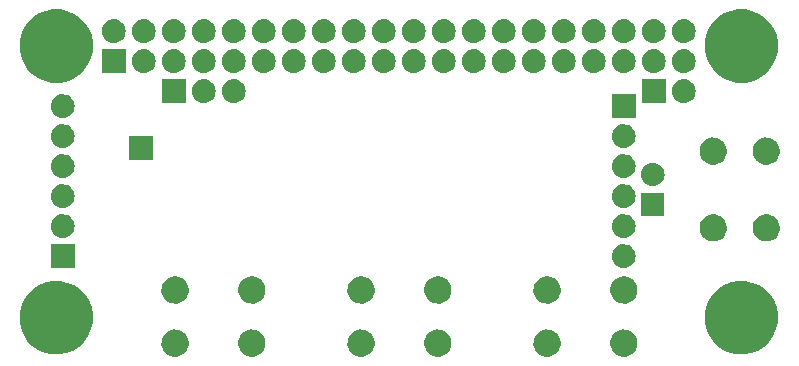
<source format=gbs>
G04 #@! TF.FileFunction,Soldermask,Bot*
%FSLAX46Y46*%
G04 Gerber Fmt 4.6, Leading zero omitted, Abs format (unit mm)*
G04 Created by KiCad (PCBNEW 4.0.7-e2-6376~58~ubuntu16.04.1) date Wed Jun 13 12:59:57 2018*
%MOMM*%
%LPD*%
G01*
G04 APERTURE LIST*
%ADD10C,0.100000*%
G04 APERTURE END LIST*
D10*
G36*
X26176789Y-51997717D02*
X26397713Y-52043066D01*
X26605617Y-52130461D01*
X26792590Y-52256576D01*
X26951506Y-52416605D01*
X27076311Y-52604451D01*
X27162253Y-52812961D01*
X27205784Y-53032814D01*
X27205783Y-53032856D01*
X27206049Y-53034197D01*
X27202452Y-53291791D01*
X27202150Y-53293122D01*
X27202149Y-53293166D01*
X27152495Y-53511717D01*
X27060766Y-53717743D01*
X26930761Y-53902037D01*
X26767443Y-54057563D01*
X26577022Y-54178407D01*
X26366757Y-54259964D01*
X26144652Y-54299127D01*
X25919179Y-54294404D01*
X25698909Y-54245975D01*
X25492242Y-54155685D01*
X25307051Y-54026973D01*
X25150384Y-53864740D01*
X25028214Y-53675169D01*
X24945192Y-53465479D01*
X24904481Y-53243660D01*
X24907629Y-53018149D01*
X24954519Y-52797549D01*
X25043364Y-52590258D01*
X25170778Y-52404174D01*
X25331915Y-52246377D01*
X25520629Y-52122886D01*
X25729737Y-52038402D01*
X25951266Y-51996143D01*
X26176789Y-51997717D01*
X26176789Y-51997717D01*
G37*
G36*
X32676789Y-51997717D02*
X32897713Y-52043066D01*
X33105617Y-52130461D01*
X33292590Y-52256576D01*
X33451506Y-52416605D01*
X33576311Y-52604451D01*
X33662253Y-52812961D01*
X33705784Y-53032814D01*
X33705783Y-53032856D01*
X33706049Y-53034197D01*
X33702452Y-53291791D01*
X33702150Y-53293122D01*
X33702149Y-53293166D01*
X33652495Y-53511717D01*
X33560766Y-53717743D01*
X33430761Y-53902037D01*
X33267443Y-54057563D01*
X33077022Y-54178407D01*
X32866757Y-54259964D01*
X32644652Y-54299127D01*
X32419179Y-54294404D01*
X32198909Y-54245975D01*
X31992242Y-54155685D01*
X31807051Y-54026973D01*
X31650384Y-53864740D01*
X31528214Y-53675169D01*
X31445192Y-53465479D01*
X31404481Y-53243660D01*
X31407629Y-53018149D01*
X31454519Y-52797549D01*
X31543364Y-52590258D01*
X31670778Y-52404174D01*
X31831915Y-52246377D01*
X32020629Y-52122886D01*
X32229737Y-52038402D01*
X32451266Y-51996143D01*
X32676789Y-51997717D01*
X32676789Y-51997717D01*
G37*
G36*
X48424789Y-51997717D02*
X48645713Y-52043066D01*
X48853617Y-52130461D01*
X49040590Y-52256576D01*
X49199506Y-52416605D01*
X49324311Y-52604451D01*
X49410253Y-52812961D01*
X49453784Y-53032814D01*
X49453783Y-53032856D01*
X49454049Y-53034197D01*
X49450452Y-53291791D01*
X49450150Y-53293122D01*
X49450149Y-53293166D01*
X49400495Y-53511717D01*
X49308766Y-53717743D01*
X49178761Y-53902037D01*
X49015443Y-54057563D01*
X48825022Y-54178407D01*
X48614757Y-54259964D01*
X48392652Y-54299127D01*
X48167179Y-54294404D01*
X47946909Y-54245975D01*
X47740242Y-54155685D01*
X47555051Y-54026973D01*
X47398384Y-53864740D01*
X47276214Y-53675169D01*
X47193192Y-53465479D01*
X47152481Y-53243660D01*
X47155629Y-53018149D01*
X47202519Y-52797549D01*
X47291364Y-52590258D01*
X47418778Y-52404174D01*
X47579915Y-52246377D01*
X47768629Y-52122886D01*
X47977737Y-52038402D01*
X48199266Y-51996143D01*
X48424789Y-51997717D01*
X48424789Y-51997717D01*
G37*
G36*
X41924789Y-51997717D02*
X42145713Y-52043066D01*
X42353617Y-52130461D01*
X42540590Y-52256576D01*
X42699506Y-52416605D01*
X42824311Y-52604451D01*
X42910253Y-52812961D01*
X42953784Y-53032814D01*
X42953783Y-53032856D01*
X42954049Y-53034197D01*
X42950452Y-53291791D01*
X42950150Y-53293122D01*
X42950149Y-53293166D01*
X42900495Y-53511717D01*
X42808766Y-53717743D01*
X42678761Y-53902037D01*
X42515443Y-54057563D01*
X42325022Y-54178407D01*
X42114757Y-54259964D01*
X41892652Y-54299127D01*
X41667179Y-54294404D01*
X41446909Y-54245975D01*
X41240242Y-54155685D01*
X41055051Y-54026973D01*
X40898384Y-53864740D01*
X40776214Y-53675169D01*
X40693192Y-53465479D01*
X40652481Y-53243660D01*
X40655629Y-53018149D01*
X40702519Y-52797549D01*
X40791364Y-52590258D01*
X40918778Y-52404174D01*
X41079915Y-52246377D01*
X41268629Y-52122886D01*
X41477737Y-52038402D01*
X41699266Y-51996143D01*
X41924789Y-51997717D01*
X41924789Y-51997717D01*
G37*
G36*
X64172789Y-51997717D02*
X64393713Y-52043066D01*
X64601617Y-52130461D01*
X64788590Y-52256576D01*
X64947506Y-52416605D01*
X65072311Y-52604451D01*
X65158253Y-52812961D01*
X65201784Y-53032814D01*
X65201783Y-53032856D01*
X65202049Y-53034197D01*
X65198452Y-53291791D01*
X65198150Y-53293122D01*
X65198149Y-53293166D01*
X65148495Y-53511717D01*
X65056766Y-53717743D01*
X64926761Y-53902037D01*
X64763443Y-54057563D01*
X64573022Y-54178407D01*
X64362757Y-54259964D01*
X64140652Y-54299127D01*
X63915179Y-54294404D01*
X63694909Y-54245975D01*
X63488242Y-54155685D01*
X63303051Y-54026973D01*
X63146384Y-53864740D01*
X63024214Y-53675169D01*
X62941192Y-53465479D01*
X62900481Y-53243660D01*
X62903629Y-53018149D01*
X62950519Y-52797549D01*
X63039364Y-52590258D01*
X63166778Y-52404174D01*
X63327915Y-52246377D01*
X63516629Y-52122886D01*
X63725737Y-52038402D01*
X63947266Y-51996143D01*
X64172789Y-51997717D01*
X64172789Y-51997717D01*
G37*
G36*
X57672789Y-51997717D02*
X57893713Y-52043066D01*
X58101617Y-52130461D01*
X58288590Y-52256576D01*
X58447506Y-52416605D01*
X58572311Y-52604451D01*
X58658253Y-52812961D01*
X58701784Y-53032814D01*
X58701783Y-53032856D01*
X58702049Y-53034197D01*
X58698452Y-53291791D01*
X58698150Y-53293122D01*
X58698149Y-53293166D01*
X58648495Y-53511717D01*
X58556766Y-53717743D01*
X58426761Y-53902037D01*
X58263443Y-54057563D01*
X58073022Y-54178407D01*
X57862757Y-54259964D01*
X57640652Y-54299127D01*
X57415179Y-54294404D01*
X57194909Y-54245975D01*
X56988242Y-54155685D01*
X56803051Y-54026973D01*
X56646384Y-53864740D01*
X56524214Y-53675169D01*
X56441192Y-53465479D01*
X56400481Y-53243660D01*
X56403629Y-53018149D01*
X56450519Y-52797549D01*
X56539364Y-52590258D01*
X56666778Y-52404174D01*
X56827915Y-52246377D01*
X57016629Y-52122886D01*
X57225737Y-52038402D01*
X57447266Y-51996143D01*
X57672789Y-51997717D01*
X57672789Y-51997717D01*
G37*
G36*
X16325606Y-47902056D02*
X16921131Y-48024300D01*
X17481575Y-48259889D01*
X17985580Y-48599845D01*
X18413959Y-49031225D01*
X18750389Y-49537592D01*
X18982058Y-50099662D01*
X19099867Y-50694642D01*
X19099866Y-50694683D01*
X19100133Y-50696029D01*
X19090437Y-51390413D01*
X19090133Y-51391753D01*
X19090132Y-51391791D01*
X18955757Y-51983249D01*
X18708482Y-52538635D01*
X18358046Y-53035410D01*
X17917792Y-53454659D01*
X17404487Y-53780411D01*
X16837688Y-54000258D01*
X16238977Y-54105827D01*
X15631169Y-54093096D01*
X15037414Y-53962550D01*
X14480312Y-53719159D01*
X13981102Y-53372198D01*
X13558785Y-52934877D01*
X13229462Y-52423866D01*
X13005662Y-51858612D01*
X12895918Y-51260661D01*
X12904405Y-50652773D01*
X13030804Y-50058114D01*
X13270298Y-49499333D01*
X13613764Y-48997713D01*
X14048125Y-48572356D01*
X14556831Y-48239468D01*
X15120507Y-48011729D01*
X15717677Y-47897812D01*
X16325606Y-47902056D01*
X16325606Y-47902056D01*
G37*
G36*
X74325606Y-47902056D02*
X74921131Y-48024300D01*
X75481575Y-48259889D01*
X75985580Y-48599845D01*
X76413959Y-49031225D01*
X76750389Y-49537592D01*
X76982058Y-50099662D01*
X77099867Y-50694642D01*
X77099866Y-50694683D01*
X77100133Y-50696029D01*
X77090437Y-51390413D01*
X77090133Y-51391753D01*
X77090132Y-51391791D01*
X76955757Y-51983249D01*
X76708482Y-52538635D01*
X76358046Y-53035410D01*
X75917792Y-53454659D01*
X75404487Y-53780411D01*
X74837688Y-54000258D01*
X74238977Y-54105827D01*
X73631169Y-54093096D01*
X73037414Y-53962550D01*
X72480312Y-53719159D01*
X71981102Y-53372198D01*
X71558785Y-52934877D01*
X71229462Y-52423866D01*
X71005662Y-51858612D01*
X70895918Y-51260661D01*
X70904405Y-50652773D01*
X71030804Y-50058114D01*
X71270298Y-49499333D01*
X71613764Y-48997713D01*
X72048125Y-48572356D01*
X72556831Y-48239468D01*
X73120507Y-48011729D01*
X73717677Y-47897812D01*
X74325606Y-47902056D01*
X74325606Y-47902056D01*
G37*
G36*
X64172789Y-47497717D02*
X64393713Y-47543066D01*
X64601617Y-47630461D01*
X64788590Y-47756576D01*
X64947506Y-47916605D01*
X65072311Y-48104451D01*
X65158253Y-48312961D01*
X65201784Y-48532814D01*
X65201783Y-48532856D01*
X65202049Y-48534197D01*
X65198452Y-48791791D01*
X65198150Y-48793122D01*
X65198149Y-48793166D01*
X65148495Y-49011717D01*
X65056766Y-49217743D01*
X64926761Y-49402037D01*
X64763443Y-49557563D01*
X64573022Y-49678407D01*
X64362757Y-49759964D01*
X64140652Y-49799127D01*
X63915179Y-49794404D01*
X63694909Y-49745975D01*
X63488242Y-49655685D01*
X63303051Y-49526973D01*
X63146384Y-49364740D01*
X63024214Y-49175169D01*
X62941192Y-48965479D01*
X62900481Y-48743660D01*
X62903629Y-48518149D01*
X62950519Y-48297549D01*
X63039364Y-48090258D01*
X63166778Y-47904174D01*
X63327915Y-47746377D01*
X63516629Y-47622886D01*
X63725737Y-47538402D01*
X63947266Y-47496143D01*
X64172789Y-47497717D01*
X64172789Y-47497717D01*
G37*
G36*
X48424789Y-47497717D02*
X48645713Y-47543066D01*
X48853617Y-47630461D01*
X49040590Y-47756576D01*
X49199506Y-47916605D01*
X49324311Y-48104451D01*
X49410253Y-48312961D01*
X49453784Y-48532814D01*
X49453783Y-48532856D01*
X49454049Y-48534197D01*
X49450452Y-48791791D01*
X49450150Y-48793122D01*
X49450149Y-48793166D01*
X49400495Y-49011717D01*
X49308766Y-49217743D01*
X49178761Y-49402037D01*
X49015443Y-49557563D01*
X48825022Y-49678407D01*
X48614757Y-49759964D01*
X48392652Y-49799127D01*
X48167179Y-49794404D01*
X47946909Y-49745975D01*
X47740242Y-49655685D01*
X47555051Y-49526973D01*
X47398384Y-49364740D01*
X47276214Y-49175169D01*
X47193192Y-48965479D01*
X47152481Y-48743660D01*
X47155629Y-48518149D01*
X47202519Y-48297549D01*
X47291364Y-48090258D01*
X47418778Y-47904174D01*
X47579915Y-47746377D01*
X47768629Y-47622886D01*
X47977737Y-47538402D01*
X48199266Y-47496143D01*
X48424789Y-47497717D01*
X48424789Y-47497717D01*
G37*
G36*
X26176789Y-47497717D02*
X26397713Y-47543066D01*
X26605617Y-47630461D01*
X26792590Y-47756576D01*
X26951506Y-47916605D01*
X27076311Y-48104451D01*
X27162253Y-48312961D01*
X27205784Y-48532814D01*
X27205783Y-48532856D01*
X27206049Y-48534197D01*
X27202452Y-48791791D01*
X27202150Y-48793122D01*
X27202149Y-48793166D01*
X27152495Y-49011717D01*
X27060766Y-49217743D01*
X26930761Y-49402037D01*
X26767443Y-49557563D01*
X26577022Y-49678407D01*
X26366757Y-49759964D01*
X26144652Y-49799127D01*
X25919179Y-49794404D01*
X25698909Y-49745975D01*
X25492242Y-49655685D01*
X25307051Y-49526973D01*
X25150384Y-49364740D01*
X25028214Y-49175169D01*
X24945192Y-48965479D01*
X24904481Y-48743660D01*
X24907629Y-48518149D01*
X24954519Y-48297549D01*
X25043364Y-48090258D01*
X25170778Y-47904174D01*
X25331915Y-47746377D01*
X25520629Y-47622886D01*
X25729737Y-47538402D01*
X25951266Y-47496143D01*
X26176789Y-47497717D01*
X26176789Y-47497717D01*
G37*
G36*
X41924789Y-47497717D02*
X42145713Y-47543066D01*
X42353617Y-47630461D01*
X42540590Y-47756576D01*
X42699506Y-47916605D01*
X42824311Y-48104451D01*
X42910253Y-48312961D01*
X42953784Y-48532814D01*
X42953783Y-48532856D01*
X42954049Y-48534197D01*
X42950452Y-48791791D01*
X42950150Y-48793122D01*
X42950149Y-48793166D01*
X42900495Y-49011717D01*
X42808766Y-49217743D01*
X42678761Y-49402037D01*
X42515443Y-49557563D01*
X42325022Y-49678407D01*
X42114757Y-49759964D01*
X41892652Y-49799127D01*
X41667179Y-49794404D01*
X41446909Y-49745975D01*
X41240242Y-49655685D01*
X41055051Y-49526973D01*
X40898384Y-49364740D01*
X40776214Y-49175169D01*
X40693192Y-48965479D01*
X40652481Y-48743660D01*
X40655629Y-48518149D01*
X40702519Y-48297549D01*
X40791364Y-48090258D01*
X40918778Y-47904174D01*
X41079915Y-47746377D01*
X41268629Y-47622886D01*
X41477737Y-47538402D01*
X41699266Y-47496143D01*
X41924789Y-47497717D01*
X41924789Y-47497717D01*
G37*
G36*
X57672789Y-47497717D02*
X57893713Y-47543066D01*
X58101617Y-47630461D01*
X58288590Y-47756576D01*
X58447506Y-47916605D01*
X58572311Y-48104451D01*
X58658253Y-48312961D01*
X58701784Y-48532814D01*
X58701783Y-48532856D01*
X58702049Y-48534197D01*
X58698452Y-48791791D01*
X58698150Y-48793122D01*
X58698149Y-48793166D01*
X58648495Y-49011717D01*
X58556766Y-49217743D01*
X58426761Y-49402037D01*
X58263443Y-49557563D01*
X58073022Y-49678407D01*
X57862757Y-49759964D01*
X57640652Y-49799127D01*
X57415179Y-49794404D01*
X57194909Y-49745975D01*
X56988242Y-49655685D01*
X56803051Y-49526973D01*
X56646384Y-49364740D01*
X56524214Y-49175169D01*
X56441192Y-48965479D01*
X56400481Y-48743660D01*
X56403629Y-48518149D01*
X56450519Y-48297549D01*
X56539364Y-48090258D01*
X56666778Y-47904174D01*
X56827915Y-47746377D01*
X57016629Y-47622886D01*
X57225737Y-47538402D01*
X57447266Y-47496143D01*
X57672789Y-47497717D01*
X57672789Y-47497717D01*
G37*
G36*
X32676789Y-47497717D02*
X32897713Y-47543066D01*
X33105617Y-47630461D01*
X33292590Y-47756576D01*
X33451506Y-47916605D01*
X33576311Y-48104451D01*
X33662253Y-48312961D01*
X33705784Y-48532814D01*
X33705783Y-48532856D01*
X33706049Y-48534197D01*
X33702452Y-48791791D01*
X33702150Y-48793122D01*
X33702149Y-48793166D01*
X33652495Y-49011717D01*
X33560766Y-49217743D01*
X33430761Y-49402037D01*
X33267443Y-49557563D01*
X33077022Y-49678407D01*
X32866757Y-49759964D01*
X32644652Y-49799127D01*
X32419179Y-49794404D01*
X32198909Y-49745975D01*
X31992242Y-49655685D01*
X31807051Y-49526973D01*
X31650384Y-49364740D01*
X31528214Y-49175169D01*
X31445192Y-48965479D01*
X31404481Y-48743660D01*
X31407629Y-48518149D01*
X31454519Y-48297549D01*
X31543364Y-48090258D01*
X31670778Y-47904174D01*
X31831915Y-47746377D01*
X32020629Y-47622886D01*
X32229737Y-47538402D01*
X32451266Y-47496143D01*
X32676789Y-47497717D01*
X32676789Y-47497717D01*
G37*
G36*
X17554000Y-46780960D02*
X15554000Y-46780960D01*
X15554000Y-44780960D01*
X17554000Y-44780960D01*
X17554000Y-46780960D01*
X17554000Y-46780960D01*
G37*
G36*
X64062678Y-44780999D02*
X64062693Y-44781001D01*
X64070801Y-44781057D01*
X64264751Y-44802812D01*
X64450781Y-44861825D01*
X64621806Y-44955847D01*
X64771312Y-45081297D01*
X64893603Y-45233397D01*
X64984023Y-45406353D01*
X65039126Y-45593579D01*
X65039138Y-45593715D01*
X65039151Y-45593758D01*
X65056823Y-45787937D01*
X65036442Y-45981843D01*
X65036431Y-45981880D01*
X65036414Y-45982038D01*
X64978702Y-46168476D01*
X64885877Y-46340153D01*
X64761473Y-46490531D01*
X64610231Y-46613881D01*
X64437909Y-46705506D01*
X64251073Y-46761915D01*
X64056839Y-46780960D01*
X64046875Y-46780960D01*
X64041322Y-46780921D01*
X64041307Y-46780919D01*
X64033199Y-46780863D01*
X63839249Y-46759108D01*
X63653219Y-46700095D01*
X63482194Y-46606073D01*
X63332688Y-46480623D01*
X63210397Y-46328523D01*
X63119977Y-46155567D01*
X63064874Y-45968341D01*
X63064862Y-45968205D01*
X63064849Y-45968162D01*
X63047177Y-45773983D01*
X63067558Y-45580077D01*
X63067569Y-45580040D01*
X63067586Y-45579882D01*
X63125298Y-45393444D01*
X63218123Y-45221767D01*
X63342527Y-45071389D01*
X63493769Y-44948039D01*
X63666091Y-44856414D01*
X63852927Y-44800005D01*
X64047161Y-44780960D01*
X64057125Y-44780960D01*
X64062678Y-44780999D01*
X64062678Y-44780999D01*
G37*
G36*
X76237789Y-42241717D02*
X76458713Y-42287066D01*
X76666617Y-42374461D01*
X76853590Y-42500576D01*
X77012506Y-42660605D01*
X77137311Y-42848451D01*
X77223253Y-43056961D01*
X77266784Y-43276814D01*
X77266783Y-43276856D01*
X77267049Y-43278197D01*
X77263452Y-43535791D01*
X77263150Y-43537122D01*
X77263149Y-43537166D01*
X77213495Y-43755717D01*
X77121766Y-43961743D01*
X76991761Y-44146037D01*
X76828443Y-44301563D01*
X76638022Y-44422407D01*
X76427757Y-44503964D01*
X76205652Y-44543127D01*
X75980179Y-44538404D01*
X75759909Y-44489975D01*
X75553242Y-44399685D01*
X75368051Y-44270973D01*
X75211384Y-44108740D01*
X75089214Y-43919169D01*
X75006192Y-43709479D01*
X74965481Y-43487660D01*
X74968629Y-43262149D01*
X75015519Y-43041549D01*
X75104364Y-42834258D01*
X75231778Y-42648174D01*
X75392915Y-42490377D01*
X75581629Y-42366886D01*
X75790737Y-42282402D01*
X76012266Y-42240143D01*
X76237789Y-42241717D01*
X76237789Y-42241717D01*
G37*
G36*
X71737789Y-42241717D02*
X71958713Y-42287066D01*
X72166617Y-42374461D01*
X72353590Y-42500576D01*
X72512506Y-42660605D01*
X72637311Y-42848451D01*
X72723253Y-43056961D01*
X72766784Y-43276814D01*
X72766783Y-43276856D01*
X72767049Y-43278197D01*
X72763452Y-43535791D01*
X72763150Y-43537122D01*
X72763149Y-43537166D01*
X72713495Y-43755717D01*
X72621766Y-43961743D01*
X72491761Y-44146037D01*
X72328443Y-44301563D01*
X72138022Y-44422407D01*
X71927757Y-44503964D01*
X71705652Y-44543127D01*
X71480179Y-44538404D01*
X71259909Y-44489975D01*
X71053242Y-44399685D01*
X70868051Y-44270973D01*
X70711384Y-44108740D01*
X70589214Y-43919169D01*
X70506192Y-43709479D01*
X70465481Y-43487660D01*
X70468629Y-43262149D01*
X70515519Y-43041549D01*
X70604364Y-42834258D01*
X70731778Y-42648174D01*
X70892915Y-42490377D01*
X71081629Y-42366886D01*
X71290737Y-42282402D01*
X71512266Y-42240143D01*
X71737789Y-42241717D01*
X71737789Y-42241717D01*
G37*
G36*
X64062678Y-42240999D02*
X64062693Y-42241001D01*
X64070801Y-42241057D01*
X64264751Y-42262812D01*
X64450781Y-42321825D01*
X64621806Y-42415847D01*
X64771312Y-42541297D01*
X64893603Y-42693397D01*
X64984023Y-42866353D01*
X65039126Y-43053579D01*
X65039138Y-43053715D01*
X65039151Y-43053758D01*
X65056823Y-43247937D01*
X65036442Y-43441843D01*
X65036431Y-43441880D01*
X65036414Y-43442038D01*
X64978702Y-43628476D01*
X64885877Y-43800153D01*
X64761473Y-43950531D01*
X64610231Y-44073881D01*
X64437909Y-44165506D01*
X64251073Y-44221915D01*
X64056839Y-44240960D01*
X64046875Y-44240960D01*
X64041322Y-44240921D01*
X64041307Y-44240919D01*
X64033199Y-44240863D01*
X63839249Y-44219108D01*
X63653219Y-44160095D01*
X63482194Y-44066073D01*
X63332688Y-43940623D01*
X63210397Y-43788523D01*
X63119977Y-43615567D01*
X63064874Y-43428341D01*
X63064862Y-43428205D01*
X63064849Y-43428162D01*
X63047177Y-43233983D01*
X63067558Y-43040077D01*
X63067569Y-43040040D01*
X63067586Y-43039882D01*
X63125298Y-42853444D01*
X63218123Y-42681767D01*
X63342527Y-42531389D01*
X63493769Y-42408039D01*
X63666091Y-42316414D01*
X63852927Y-42260005D01*
X64047161Y-42240960D01*
X64057125Y-42240960D01*
X64062678Y-42240999D01*
X64062678Y-42240999D01*
G37*
G36*
X16564678Y-42240999D02*
X16564693Y-42241001D01*
X16572801Y-42241057D01*
X16766751Y-42262812D01*
X16952781Y-42321825D01*
X17123806Y-42415847D01*
X17273312Y-42541297D01*
X17395603Y-42693397D01*
X17486023Y-42866353D01*
X17541126Y-43053579D01*
X17541138Y-43053715D01*
X17541151Y-43053758D01*
X17558823Y-43247937D01*
X17538442Y-43441843D01*
X17538431Y-43441880D01*
X17538414Y-43442038D01*
X17480702Y-43628476D01*
X17387877Y-43800153D01*
X17263473Y-43950531D01*
X17112231Y-44073881D01*
X16939909Y-44165506D01*
X16753073Y-44221915D01*
X16558839Y-44240960D01*
X16548875Y-44240960D01*
X16543322Y-44240921D01*
X16543307Y-44240919D01*
X16535199Y-44240863D01*
X16341249Y-44219108D01*
X16155219Y-44160095D01*
X15984194Y-44066073D01*
X15834688Y-43940623D01*
X15712397Y-43788523D01*
X15621977Y-43615567D01*
X15566874Y-43428341D01*
X15566862Y-43428205D01*
X15566849Y-43428162D01*
X15549177Y-43233983D01*
X15569558Y-43040077D01*
X15569569Y-43040040D01*
X15569586Y-43039882D01*
X15627298Y-42853444D01*
X15720123Y-42681767D01*
X15844527Y-42531389D01*
X15995769Y-42408039D01*
X16168091Y-42316414D01*
X16354927Y-42260005D01*
X16549161Y-42240960D01*
X16559125Y-42240960D01*
X16564678Y-42240999D01*
X16564678Y-42240999D01*
G37*
G36*
X67490400Y-42412160D02*
X65490400Y-42412160D01*
X65490400Y-40412160D01*
X67490400Y-40412160D01*
X67490400Y-42412160D01*
X67490400Y-42412160D01*
G37*
G36*
X64062678Y-39700999D02*
X64062693Y-39701001D01*
X64070801Y-39701057D01*
X64264751Y-39722812D01*
X64450781Y-39781825D01*
X64621806Y-39875847D01*
X64771312Y-40001297D01*
X64893603Y-40153397D01*
X64984023Y-40326353D01*
X65039126Y-40513579D01*
X65039138Y-40513715D01*
X65039151Y-40513758D01*
X65056823Y-40707937D01*
X65036442Y-40901843D01*
X65036431Y-40901880D01*
X65036414Y-40902038D01*
X64978702Y-41088476D01*
X64885877Y-41260153D01*
X64761473Y-41410531D01*
X64610231Y-41533881D01*
X64437909Y-41625506D01*
X64251073Y-41681915D01*
X64056839Y-41700960D01*
X64046875Y-41700960D01*
X64041322Y-41700921D01*
X64041307Y-41700919D01*
X64033199Y-41700863D01*
X63839249Y-41679108D01*
X63653219Y-41620095D01*
X63482194Y-41526073D01*
X63332688Y-41400623D01*
X63210397Y-41248523D01*
X63119977Y-41075567D01*
X63064874Y-40888341D01*
X63064862Y-40888205D01*
X63064849Y-40888162D01*
X63047177Y-40693983D01*
X63067558Y-40500077D01*
X63067569Y-40500040D01*
X63067586Y-40499882D01*
X63125298Y-40313444D01*
X63218123Y-40141767D01*
X63342527Y-39991389D01*
X63493769Y-39868039D01*
X63666091Y-39776414D01*
X63852927Y-39720005D01*
X64047161Y-39700960D01*
X64057125Y-39700960D01*
X64062678Y-39700999D01*
X64062678Y-39700999D01*
G37*
G36*
X16564678Y-39700999D02*
X16564693Y-39701001D01*
X16572801Y-39701057D01*
X16766751Y-39722812D01*
X16952781Y-39781825D01*
X17123806Y-39875847D01*
X17273312Y-40001297D01*
X17395603Y-40153397D01*
X17486023Y-40326353D01*
X17541126Y-40513579D01*
X17541138Y-40513715D01*
X17541151Y-40513758D01*
X17558823Y-40707937D01*
X17538442Y-40901843D01*
X17538431Y-40901880D01*
X17538414Y-40902038D01*
X17480702Y-41088476D01*
X17387877Y-41260153D01*
X17263473Y-41410531D01*
X17112231Y-41533881D01*
X16939909Y-41625506D01*
X16753073Y-41681915D01*
X16558839Y-41700960D01*
X16548875Y-41700960D01*
X16543322Y-41700921D01*
X16543307Y-41700919D01*
X16535199Y-41700863D01*
X16341249Y-41679108D01*
X16155219Y-41620095D01*
X15984194Y-41526073D01*
X15834688Y-41400623D01*
X15712397Y-41248523D01*
X15621977Y-41075567D01*
X15566874Y-40888341D01*
X15566862Y-40888205D01*
X15566849Y-40888162D01*
X15549177Y-40693983D01*
X15569558Y-40500077D01*
X15569569Y-40500040D01*
X15569586Y-40499882D01*
X15627298Y-40313444D01*
X15720123Y-40141767D01*
X15844527Y-39991389D01*
X15995769Y-39868039D01*
X16168091Y-39776414D01*
X16354927Y-39720005D01*
X16549161Y-39700960D01*
X16559125Y-39700960D01*
X16564678Y-39700999D01*
X16564678Y-39700999D01*
G37*
G36*
X66501078Y-37872199D02*
X66501093Y-37872201D01*
X66509201Y-37872257D01*
X66703151Y-37894012D01*
X66889181Y-37953025D01*
X67060206Y-38047047D01*
X67209712Y-38172497D01*
X67332003Y-38324597D01*
X67422423Y-38497553D01*
X67477526Y-38684779D01*
X67477538Y-38684915D01*
X67477551Y-38684958D01*
X67495223Y-38879137D01*
X67474842Y-39073043D01*
X67474831Y-39073080D01*
X67474814Y-39073238D01*
X67417102Y-39259676D01*
X67324277Y-39431353D01*
X67199873Y-39581731D01*
X67048631Y-39705081D01*
X66876309Y-39796706D01*
X66689473Y-39853115D01*
X66495239Y-39872160D01*
X66485275Y-39872160D01*
X66479722Y-39872121D01*
X66479707Y-39872119D01*
X66471599Y-39872063D01*
X66277649Y-39850308D01*
X66091619Y-39791295D01*
X65920594Y-39697273D01*
X65771088Y-39571823D01*
X65648797Y-39419723D01*
X65558377Y-39246767D01*
X65503274Y-39059541D01*
X65503262Y-39059405D01*
X65503249Y-39059362D01*
X65485577Y-38865183D01*
X65505958Y-38671277D01*
X65505969Y-38671240D01*
X65505986Y-38671082D01*
X65563698Y-38484644D01*
X65656523Y-38312967D01*
X65780927Y-38162589D01*
X65932169Y-38039239D01*
X66104491Y-37947614D01*
X66291327Y-37891205D01*
X66485561Y-37872160D01*
X66495525Y-37872160D01*
X66501078Y-37872199D01*
X66501078Y-37872199D01*
G37*
G36*
X16564678Y-37160999D02*
X16564693Y-37161001D01*
X16572801Y-37161057D01*
X16766751Y-37182812D01*
X16952781Y-37241825D01*
X17123806Y-37335847D01*
X17273312Y-37461297D01*
X17395603Y-37613397D01*
X17486023Y-37786353D01*
X17541126Y-37973579D01*
X17541138Y-37973715D01*
X17541151Y-37973758D01*
X17558823Y-38167937D01*
X17538442Y-38361843D01*
X17538431Y-38361880D01*
X17538414Y-38362038D01*
X17480702Y-38548476D01*
X17387877Y-38720153D01*
X17263473Y-38870531D01*
X17112231Y-38993881D01*
X16939909Y-39085506D01*
X16753073Y-39141915D01*
X16558839Y-39160960D01*
X16548875Y-39160960D01*
X16543322Y-39160921D01*
X16543307Y-39160919D01*
X16535199Y-39160863D01*
X16341249Y-39139108D01*
X16155219Y-39080095D01*
X15984194Y-38986073D01*
X15834688Y-38860623D01*
X15712397Y-38708523D01*
X15621977Y-38535567D01*
X15566874Y-38348341D01*
X15566862Y-38348205D01*
X15566849Y-38348162D01*
X15549177Y-38153983D01*
X15569558Y-37960077D01*
X15569569Y-37960040D01*
X15569586Y-37959882D01*
X15627298Y-37773444D01*
X15720123Y-37601767D01*
X15844527Y-37451389D01*
X15995769Y-37328039D01*
X16168091Y-37236414D01*
X16354927Y-37180005D01*
X16549161Y-37160960D01*
X16559125Y-37160960D01*
X16564678Y-37160999D01*
X16564678Y-37160999D01*
G37*
G36*
X64062678Y-37160999D02*
X64062693Y-37161001D01*
X64070801Y-37161057D01*
X64264751Y-37182812D01*
X64450781Y-37241825D01*
X64621806Y-37335847D01*
X64771312Y-37461297D01*
X64893603Y-37613397D01*
X64984023Y-37786353D01*
X65039126Y-37973579D01*
X65039138Y-37973715D01*
X65039151Y-37973758D01*
X65056823Y-38167937D01*
X65036442Y-38361843D01*
X65036431Y-38361880D01*
X65036414Y-38362038D01*
X64978702Y-38548476D01*
X64885877Y-38720153D01*
X64761473Y-38870531D01*
X64610231Y-38993881D01*
X64437909Y-39085506D01*
X64251073Y-39141915D01*
X64056839Y-39160960D01*
X64046875Y-39160960D01*
X64041322Y-39160921D01*
X64041307Y-39160919D01*
X64033199Y-39160863D01*
X63839249Y-39139108D01*
X63653219Y-39080095D01*
X63482194Y-38986073D01*
X63332688Y-38860623D01*
X63210397Y-38708523D01*
X63119977Y-38535567D01*
X63064874Y-38348341D01*
X63064862Y-38348205D01*
X63064849Y-38348162D01*
X63047177Y-38153983D01*
X63067558Y-37960077D01*
X63067569Y-37960040D01*
X63067586Y-37959882D01*
X63125298Y-37773444D01*
X63218123Y-37601767D01*
X63342527Y-37451389D01*
X63493769Y-37328039D01*
X63666091Y-37236414D01*
X63852927Y-37180005D01*
X64047161Y-37160960D01*
X64057125Y-37160960D01*
X64062678Y-37160999D01*
X64062678Y-37160999D01*
G37*
G36*
X71737789Y-35741717D02*
X71958713Y-35787066D01*
X72166617Y-35874461D01*
X72353590Y-36000576D01*
X72512506Y-36160605D01*
X72637311Y-36348451D01*
X72723253Y-36556961D01*
X72766784Y-36776814D01*
X72766783Y-36776856D01*
X72767049Y-36778197D01*
X72763452Y-37035791D01*
X72763150Y-37037122D01*
X72763149Y-37037166D01*
X72713495Y-37255717D01*
X72621766Y-37461743D01*
X72491761Y-37646037D01*
X72328443Y-37801563D01*
X72138022Y-37922407D01*
X71927757Y-38003964D01*
X71705652Y-38043127D01*
X71480179Y-38038404D01*
X71259909Y-37989975D01*
X71053242Y-37899685D01*
X70868051Y-37770973D01*
X70711384Y-37608740D01*
X70589214Y-37419169D01*
X70506192Y-37209479D01*
X70465481Y-36987660D01*
X70468629Y-36762149D01*
X70515519Y-36541549D01*
X70604364Y-36334258D01*
X70731778Y-36148174D01*
X70892915Y-35990377D01*
X71081629Y-35866886D01*
X71290737Y-35782402D01*
X71512266Y-35740143D01*
X71737789Y-35741717D01*
X71737789Y-35741717D01*
G37*
G36*
X76237789Y-35741717D02*
X76458713Y-35787066D01*
X76666617Y-35874461D01*
X76853590Y-36000576D01*
X77012506Y-36160605D01*
X77137311Y-36348451D01*
X77223253Y-36556961D01*
X77266784Y-36776814D01*
X77266783Y-36776856D01*
X77267049Y-36778197D01*
X77263452Y-37035791D01*
X77263150Y-37037122D01*
X77263149Y-37037166D01*
X77213495Y-37255717D01*
X77121766Y-37461743D01*
X76991761Y-37646037D01*
X76828443Y-37801563D01*
X76638022Y-37922407D01*
X76427757Y-38003964D01*
X76205652Y-38043127D01*
X75980179Y-38038404D01*
X75759909Y-37989975D01*
X75553242Y-37899685D01*
X75368051Y-37770973D01*
X75211384Y-37608740D01*
X75089214Y-37419169D01*
X75006192Y-37209479D01*
X74965481Y-36987660D01*
X74968629Y-36762149D01*
X75015519Y-36541549D01*
X75104364Y-36334258D01*
X75231778Y-36148174D01*
X75392915Y-35990377D01*
X75581629Y-35866886D01*
X75790737Y-35782402D01*
X76012266Y-35740143D01*
X76237789Y-35741717D01*
X76237789Y-35741717D01*
G37*
G36*
X24158000Y-37636960D02*
X22158000Y-37636960D01*
X22158000Y-35636960D01*
X24158000Y-35636960D01*
X24158000Y-37636960D01*
X24158000Y-37636960D01*
G37*
G36*
X16564678Y-34620999D02*
X16564693Y-34621001D01*
X16572801Y-34621057D01*
X16766751Y-34642812D01*
X16952781Y-34701825D01*
X17123806Y-34795847D01*
X17273312Y-34921297D01*
X17395603Y-35073397D01*
X17486023Y-35246353D01*
X17541126Y-35433579D01*
X17541138Y-35433715D01*
X17541151Y-35433758D01*
X17558823Y-35627937D01*
X17538442Y-35821843D01*
X17538431Y-35821880D01*
X17538414Y-35822038D01*
X17480702Y-36008476D01*
X17387877Y-36180153D01*
X17263473Y-36330531D01*
X17112231Y-36453881D01*
X16939909Y-36545506D01*
X16753073Y-36601915D01*
X16558839Y-36620960D01*
X16548875Y-36620960D01*
X16543322Y-36620921D01*
X16543307Y-36620919D01*
X16535199Y-36620863D01*
X16341249Y-36599108D01*
X16155219Y-36540095D01*
X15984194Y-36446073D01*
X15834688Y-36320623D01*
X15712397Y-36168523D01*
X15621977Y-35995567D01*
X15566874Y-35808341D01*
X15566862Y-35808205D01*
X15566849Y-35808162D01*
X15549177Y-35613983D01*
X15569558Y-35420077D01*
X15569569Y-35420040D01*
X15569586Y-35419882D01*
X15627298Y-35233444D01*
X15720123Y-35061767D01*
X15844527Y-34911389D01*
X15995769Y-34788039D01*
X16168091Y-34696414D01*
X16354927Y-34640005D01*
X16549161Y-34620960D01*
X16559125Y-34620960D01*
X16564678Y-34620999D01*
X16564678Y-34620999D01*
G37*
G36*
X64062678Y-34620999D02*
X64062693Y-34621001D01*
X64070801Y-34621057D01*
X64264751Y-34642812D01*
X64450781Y-34701825D01*
X64621806Y-34795847D01*
X64771312Y-34921297D01*
X64893603Y-35073397D01*
X64984023Y-35246353D01*
X65039126Y-35433579D01*
X65039138Y-35433715D01*
X65039151Y-35433758D01*
X65056823Y-35627937D01*
X65036442Y-35821843D01*
X65036431Y-35821880D01*
X65036414Y-35822038D01*
X64978702Y-36008476D01*
X64885877Y-36180153D01*
X64761473Y-36330531D01*
X64610231Y-36453881D01*
X64437909Y-36545506D01*
X64251073Y-36601915D01*
X64056839Y-36620960D01*
X64046875Y-36620960D01*
X64041322Y-36620921D01*
X64041307Y-36620919D01*
X64033199Y-36620863D01*
X63839249Y-36599108D01*
X63653219Y-36540095D01*
X63482194Y-36446073D01*
X63332688Y-36320623D01*
X63210397Y-36168523D01*
X63119977Y-35995567D01*
X63064874Y-35808341D01*
X63064862Y-35808205D01*
X63064849Y-35808162D01*
X63047177Y-35613983D01*
X63067558Y-35420077D01*
X63067569Y-35420040D01*
X63067586Y-35419882D01*
X63125298Y-35233444D01*
X63218123Y-35061767D01*
X63342527Y-34911389D01*
X63493769Y-34788039D01*
X63666091Y-34696414D01*
X63852927Y-34640005D01*
X64047161Y-34620960D01*
X64057125Y-34620960D01*
X64062678Y-34620999D01*
X64062678Y-34620999D01*
G37*
G36*
X65052000Y-34080960D02*
X63052000Y-34080960D01*
X63052000Y-32080960D01*
X65052000Y-32080960D01*
X65052000Y-34080960D01*
X65052000Y-34080960D01*
G37*
G36*
X16564678Y-32080999D02*
X16564693Y-32081001D01*
X16572801Y-32081057D01*
X16766751Y-32102812D01*
X16952781Y-32161825D01*
X17123806Y-32255847D01*
X17273312Y-32381297D01*
X17395603Y-32533397D01*
X17486023Y-32706353D01*
X17541126Y-32893579D01*
X17541138Y-32893715D01*
X17541151Y-32893758D01*
X17558823Y-33087937D01*
X17538442Y-33281843D01*
X17538431Y-33281880D01*
X17538414Y-33282038D01*
X17480702Y-33468476D01*
X17387877Y-33640153D01*
X17263473Y-33790531D01*
X17112231Y-33913881D01*
X16939909Y-34005506D01*
X16753073Y-34061915D01*
X16558839Y-34080960D01*
X16548875Y-34080960D01*
X16543322Y-34080921D01*
X16543307Y-34080919D01*
X16535199Y-34080863D01*
X16341249Y-34059108D01*
X16155219Y-34000095D01*
X15984194Y-33906073D01*
X15834688Y-33780623D01*
X15712397Y-33628523D01*
X15621977Y-33455567D01*
X15566874Y-33268341D01*
X15566862Y-33268205D01*
X15566849Y-33268162D01*
X15549177Y-33073983D01*
X15569558Y-32880077D01*
X15569569Y-32880040D01*
X15569586Y-32879882D01*
X15627298Y-32693444D01*
X15720123Y-32521767D01*
X15844527Y-32371389D01*
X15995769Y-32248039D01*
X16168091Y-32156414D01*
X16354927Y-32100005D01*
X16549161Y-32080960D01*
X16559125Y-32080960D01*
X16564678Y-32080999D01*
X16564678Y-32080999D01*
G37*
G36*
X28692883Y-30826518D02*
X28692920Y-30826529D01*
X28693078Y-30826546D01*
X28879516Y-30884258D01*
X29051193Y-30977083D01*
X29201571Y-31101487D01*
X29324921Y-31252729D01*
X29416546Y-31425051D01*
X29472955Y-31611887D01*
X29492000Y-31806121D01*
X29492000Y-31816085D01*
X29491961Y-31821638D01*
X29491959Y-31821653D01*
X29491903Y-31829761D01*
X29470148Y-32023711D01*
X29411135Y-32209741D01*
X29317113Y-32380766D01*
X29191663Y-32530272D01*
X29039563Y-32652563D01*
X28866607Y-32742983D01*
X28679381Y-32798086D01*
X28679245Y-32798098D01*
X28679202Y-32798111D01*
X28485023Y-32815783D01*
X28291117Y-32795402D01*
X28291080Y-32795391D01*
X28290922Y-32795374D01*
X28104484Y-32737662D01*
X27932807Y-32644837D01*
X27782429Y-32520433D01*
X27659079Y-32369191D01*
X27567454Y-32196869D01*
X27511045Y-32010033D01*
X27492000Y-31815799D01*
X27492000Y-31805835D01*
X27492039Y-31800282D01*
X27492041Y-31800267D01*
X27492097Y-31792159D01*
X27513852Y-31598209D01*
X27572865Y-31412179D01*
X27666887Y-31241154D01*
X27792337Y-31091648D01*
X27944437Y-30969357D01*
X28117393Y-30878937D01*
X28304619Y-30823834D01*
X28304755Y-30823822D01*
X28304798Y-30823809D01*
X28498977Y-30806137D01*
X28692883Y-30826518D01*
X28692883Y-30826518D01*
G37*
G36*
X31232883Y-30826518D02*
X31232920Y-30826529D01*
X31233078Y-30826546D01*
X31419516Y-30884258D01*
X31591193Y-30977083D01*
X31741571Y-31101487D01*
X31864921Y-31252729D01*
X31956546Y-31425051D01*
X32012955Y-31611887D01*
X32032000Y-31806121D01*
X32032000Y-31816085D01*
X32031961Y-31821638D01*
X32031959Y-31821653D01*
X32031903Y-31829761D01*
X32010148Y-32023711D01*
X31951135Y-32209741D01*
X31857113Y-32380766D01*
X31731663Y-32530272D01*
X31579563Y-32652563D01*
X31406607Y-32742983D01*
X31219381Y-32798086D01*
X31219245Y-32798098D01*
X31219202Y-32798111D01*
X31025023Y-32815783D01*
X30831117Y-32795402D01*
X30831080Y-32795391D01*
X30830922Y-32795374D01*
X30644484Y-32737662D01*
X30472807Y-32644837D01*
X30322429Y-32520433D01*
X30199079Y-32369191D01*
X30107454Y-32196869D01*
X30051045Y-32010033D01*
X30032000Y-31815799D01*
X30032000Y-31805835D01*
X30032039Y-31800282D01*
X30032041Y-31800267D01*
X30032097Y-31792159D01*
X30053852Y-31598209D01*
X30112865Y-31412179D01*
X30206887Y-31241154D01*
X30332337Y-31091648D01*
X30484437Y-30969357D01*
X30657393Y-30878937D01*
X30844619Y-30823834D01*
X30844755Y-30823822D01*
X30844798Y-30823809D01*
X31038977Y-30806137D01*
X31232883Y-30826518D01*
X31232883Y-30826518D01*
G37*
G36*
X69332883Y-30826518D02*
X69332920Y-30826529D01*
X69333078Y-30826546D01*
X69519516Y-30884258D01*
X69691193Y-30977083D01*
X69841571Y-31101487D01*
X69964921Y-31252729D01*
X70056546Y-31425051D01*
X70112955Y-31611887D01*
X70132000Y-31806121D01*
X70132000Y-31816085D01*
X70131961Y-31821638D01*
X70131959Y-31821653D01*
X70131903Y-31829761D01*
X70110148Y-32023711D01*
X70051135Y-32209741D01*
X69957113Y-32380766D01*
X69831663Y-32530272D01*
X69679563Y-32652563D01*
X69506607Y-32742983D01*
X69319381Y-32798086D01*
X69319245Y-32798098D01*
X69319202Y-32798111D01*
X69125023Y-32815783D01*
X68931117Y-32795402D01*
X68931080Y-32795391D01*
X68930922Y-32795374D01*
X68744484Y-32737662D01*
X68572807Y-32644837D01*
X68422429Y-32520433D01*
X68299079Y-32369191D01*
X68207454Y-32196869D01*
X68151045Y-32010033D01*
X68132000Y-31815799D01*
X68132000Y-31805835D01*
X68132039Y-31800282D01*
X68132041Y-31800267D01*
X68132097Y-31792159D01*
X68153852Y-31598209D01*
X68212865Y-31412179D01*
X68306887Y-31241154D01*
X68432337Y-31091648D01*
X68584437Y-30969357D01*
X68757393Y-30878937D01*
X68944619Y-30823834D01*
X68944755Y-30823822D01*
X68944798Y-30823809D01*
X69138977Y-30806137D01*
X69332883Y-30826518D01*
X69332883Y-30826518D01*
G37*
G36*
X67592000Y-32810960D02*
X65592000Y-32810960D01*
X65592000Y-30810960D01*
X67592000Y-30810960D01*
X67592000Y-32810960D01*
X67592000Y-32810960D01*
G37*
G36*
X26952000Y-32810960D02*
X24952000Y-32810960D01*
X24952000Y-30810960D01*
X26952000Y-30810960D01*
X26952000Y-32810960D01*
X26952000Y-32810960D01*
G37*
G36*
X16325606Y-24902056D02*
X16921131Y-25024300D01*
X17481575Y-25259889D01*
X17985580Y-25599845D01*
X18413959Y-26031225D01*
X18750389Y-26537592D01*
X18982058Y-27099662D01*
X19099867Y-27694642D01*
X19099866Y-27694683D01*
X19100133Y-27696029D01*
X19090437Y-28390413D01*
X19090133Y-28391753D01*
X19090132Y-28391791D01*
X18955757Y-28983249D01*
X18708482Y-29538635D01*
X18358046Y-30035410D01*
X17917792Y-30454659D01*
X17404487Y-30780411D01*
X16837688Y-31000258D01*
X16238977Y-31105827D01*
X15631169Y-31093096D01*
X15037414Y-30962550D01*
X14480312Y-30719159D01*
X13981102Y-30372198D01*
X13558785Y-29934877D01*
X13229462Y-29423866D01*
X13005662Y-28858612D01*
X12895918Y-28260661D01*
X12904405Y-27652773D01*
X13030804Y-27058114D01*
X13270298Y-26499333D01*
X13613764Y-25997713D01*
X14048125Y-25572356D01*
X14556831Y-25239468D01*
X15120507Y-25011729D01*
X15717677Y-24897812D01*
X16325606Y-24902056D01*
X16325606Y-24902056D01*
G37*
G36*
X74325606Y-24902056D02*
X74921131Y-25024300D01*
X75481575Y-25259889D01*
X75985580Y-25599845D01*
X76413959Y-26031225D01*
X76750389Y-26537592D01*
X76982058Y-27099662D01*
X77099867Y-27694642D01*
X77099866Y-27694683D01*
X77100133Y-27696029D01*
X77090437Y-28390413D01*
X77090133Y-28391753D01*
X77090132Y-28391791D01*
X76955757Y-28983249D01*
X76708482Y-29538635D01*
X76358046Y-30035410D01*
X75917792Y-30454659D01*
X75404487Y-30780411D01*
X74837688Y-31000258D01*
X74238977Y-31105827D01*
X73631169Y-31093096D01*
X73037414Y-30962550D01*
X72480312Y-30719159D01*
X71981102Y-30372198D01*
X71558785Y-29934877D01*
X71229462Y-29423866D01*
X71005662Y-28858612D01*
X70895918Y-28260661D01*
X70904405Y-27652773D01*
X71030804Y-27058114D01*
X71270298Y-26499333D01*
X71613764Y-25997713D01*
X72048125Y-25572356D01*
X72556831Y-25239468D01*
X73120507Y-25011729D01*
X73717677Y-24897812D01*
X74325606Y-24902056D01*
X74325606Y-24902056D01*
G37*
G36*
X28692883Y-28286518D02*
X28692920Y-28286529D01*
X28693078Y-28286546D01*
X28879516Y-28344258D01*
X29051193Y-28437083D01*
X29201571Y-28561487D01*
X29324921Y-28712729D01*
X29416546Y-28885051D01*
X29472955Y-29071887D01*
X29492000Y-29266121D01*
X29492000Y-29276085D01*
X29491961Y-29281638D01*
X29491959Y-29281653D01*
X29491903Y-29289761D01*
X29470148Y-29483711D01*
X29411135Y-29669741D01*
X29317113Y-29840766D01*
X29191663Y-29990272D01*
X29039563Y-30112563D01*
X28866607Y-30202983D01*
X28679381Y-30258086D01*
X28679245Y-30258098D01*
X28679202Y-30258111D01*
X28485023Y-30275783D01*
X28291117Y-30255402D01*
X28291080Y-30255391D01*
X28290922Y-30255374D01*
X28104484Y-30197662D01*
X27932807Y-30104837D01*
X27782429Y-29980433D01*
X27659079Y-29829191D01*
X27567454Y-29656869D01*
X27511045Y-29470033D01*
X27492000Y-29275799D01*
X27492000Y-29265835D01*
X27492039Y-29260282D01*
X27492041Y-29260267D01*
X27492097Y-29252159D01*
X27513852Y-29058209D01*
X27572865Y-28872179D01*
X27666887Y-28701154D01*
X27792337Y-28551648D01*
X27944437Y-28429357D01*
X28117393Y-28338937D01*
X28304619Y-28283834D01*
X28304755Y-28283822D01*
X28304798Y-28283809D01*
X28498977Y-28266137D01*
X28692883Y-28286518D01*
X28692883Y-28286518D01*
G37*
G36*
X46472883Y-28286518D02*
X46472920Y-28286529D01*
X46473078Y-28286546D01*
X46659516Y-28344258D01*
X46831193Y-28437083D01*
X46981571Y-28561487D01*
X47104921Y-28712729D01*
X47196546Y-28885051D01*
X47252955Y-29071887D01*
X47272000Y-29266121D01*
X47272000Y-29276085D01*
X47271961Y-29281638D01*
X47271959Y-29281653D01*
X47271903Y-29289761D01*
X47250148Y-29483711D01*
X47191135Y-29669741D01*
X47097113Y-29840766D01*
X46971663Y-29990272D01*
X46819563Y-30112563D01*
X46646607Y-30202983D01*
X46459381Y-30258086D01*
X46459245Y-30258098D01*
X46459202Y-30258111D01*
X46265023Y-30275783D01*
X46071117Y-30255402D01*
X46071080Y-30255391D01*
X46070922Y-30255374D01*
X45884484Y-30197662D01*
X45712807Y-30104837D01*
X45562429Y-29980433D01*
X45439079Y-29829191D01*
X45347454Y-29656869D01*
X45291045Y-29470033D01*
X45272000Y-29275799D01*
X45272000Y-29265835D01*
X45272039Y-29260282D01*
X45272041Y-29260267D01*
X45272097Y-29252159D01*
X45293852Y-29058209D01*
X45352865Y-28872179D01*
X45446887Y-28701154D01*
X45572337Y-28551648D01*
X45724437Y-28429357D01*
X45897393Y-28338937D01*
X46084619Y-28283834D01*
X46084755Y-28283822D01*
X46084798Y-28283809D01*
X46278977Y-28266137D01*
X46472883Y-28286518D01*
X46472883Y-28286518D01*
G37*
G36*
X56632883Y-28286518D02*
X56632920Y-28286529D01*
X56633078Y-28286546D01*
X56819516Y-28344258D01*
X56991193Y-28437083D01*
X57141571Y-28561487D01*
X57264921Y-28712729D01*
X57356546Y-28885051D01*
X57412955Y-29071887D01*
X57432000Y-29266121D01*
X57432000Y-29276085D01*
X57431961Y-29281638D01*
X57431959Y-29281653D01*
X57431903Y-29289761D01*
X57410148Y-29483711D01*
X57351135Y-29669741D01*
X57257113Y-29840766D01*
X57131663Y-29990272D01*
X56979563Y-30112563D01*
X56806607Y-30202983D01*
X56619381Y-30258086D01*
X56619245Y-30258098D01*
X56619202Y-30258111D01*
X56425023Y-30275783D01*
X56231117Y-30255402D01*
X56231080Y-30255391D01*
X56230922Y-30255374D01*
X56044484Y-30197662D01*
X55872807Y-30104837D01*
X55722429Y-29980433D01*
X55599079Y-29829191D01*
X55507454Y-29656869D01*
X55451045Y-29470033D01*
X55432000Y-29275799D01*
X55432000Y-29265835D01*
X55432039Y-29260282D01*
X55432041Y-29260267D01*
X55432097Y-29252159D01*
X55453852Y-29058209D01*
X55512865Y-28872179D01*
X55606887Y-28701154D01*
X55732337Y-28551648D01*
X55884437Y-28429357D01*
X56057393Y-28338937D01*
X56244619Y-28283834D01*
X56244755Y-28283822D01*
X56244798Y-28283809D01*
X56438977Y-28266137D01*
X56632883Y-28286518D01*
X56632883Y-28286518D01*
G37*
G36*
X59172883Y-28286518D02*
X59172920Y-28286529D01*
X59173078Y-28286546D01*
X59359516Y-28344258D01*
X59531193Y-28437083D01*
X59681571Y-28561487D01*
X59804921Y-28712729D01*
X59896546Y-28885051D01*
X59952955Y-29071887D01*
X59972000Y-29266121D01*
X59972000Y-29276085D01*
X59971961Y-29281638D01*
X59971959Y-29281653D01*
X59971903Y-29289761D01*
X59950148Y-29483711D01*
X59891135Y-29669741D01*
X59797113Y-29840766D01*
X59671663Y-29990272D01*
X59519563Y-30112563D01*
X59346607Y-30202983D01*
X59159381Y-30258086D01*
X59159245Y-30258098D01*
X59159202Y-30258111D01*
X58965023Y-30275783D01*
X58771117Y-30255402D01*
X58771080Y-30255391D01*
X58770922Y-30255374D01*
X58584484Y-30197662D01*
X58412807Y-30104837D01*
X58262429Y-29980433D01*
X58139079Y-29829191D01*
X58047454Y-29656869D01*
X57991045Y-29470033D01*
X57972000Y-29275799D01*
X57972000Y-29265835D01*
X57972039Y-29260282D01*
X57972041Y-29260267D01*
X57972097Y-29252159D01*
X57993852Y-29058209D01*
X58052865Y-28872179D01*
X58146887Y-28701154D01*
X58272337Y-28551648D01*
X58424437Y-28429357D01*
X58597393Y-28338937D01*
X58784619Y-28283834D01*
X58784755Y-28283822D01*
X58784798Y-28283809D01*
X58978977Y-28266137D01*
X59172883Y-28286518D01*
X59172883Y-28286518D01*
G37*
G36*
X61712883Y-28286518D02*
X61712920Y-28286529D01*
X61713078Y-28286546D01*
X61899516Y-28344258D01*
X62071193Y-28437083D01*
X62221571Y-28561487D01*
X62344921Y-28712729D01*
X62436546Y-28885051D01*
X62492955Y-29071887D01*
X62512000Y-29266121D01*
X62512000Y-29276085D01*
X62511961Y-29281638D01*
X62511959Y-29281653D01*
X62511903Y-29289761D01*
X62490148Y-29483711D01*
X62431135Y-29669741D01*
X62337113Y-29840766D01*
X62211663Y-29990272D01*
X62059563Y-30112563D01*
X61886607Y-30202983D01*
X61699381Y-30258086D01*
X61699245Y-30258098D01*
X61699202Y-30258111D01*
X61505023Y-30275783D01*
X61311117Y-30255402D01*
X61311080Y-30255391D01*
X61310922Y-30255374D01*
X61124484Y-30197662D01*
X60952807Y-30104837D01*
X60802429Y-29980433D01*
X60679079Y-29829191D01*
X60587454Y-29656869D01*
X60531045Y-29470033D01*
X60512000Y-29275799D01*
X60512000Y-29265835D01*
X60512039Y-29260282D01*
X60512041Y-29260267D01*
X60512097Y-29252159D01*
X60533852Y-29058209D01*
X60592865Y-28872179D01*
X60686887Y-28701154D01*
X60812337Y-28551648D01*
X60964437Y-28429357D01*
X61137393Y-28338937D01*
X61324619Y-28283834D01*
X61324755Y-28283822D01*
X61324798Y-28283809D01*
X61518977Y-28266137D01*
X61712883Y-28286518D01*
X61712883Y-28286518D01*
G37*
G36*
X64252883Y-28286518D02*
X64252920Y-28286529D01*
X64253078Y-28286546D01*
X64439516Y-28344258D01*
X64611193Y-28437083D01*
X64761571Y-28561487D01*
X64884921Y-28712729D01*
X64976546Y-28885051D01*
X65032955Y-29071887D01*
X65052000Y-29266121D01*
X65052000Y-29276085D01*
X65051961Y-29281638D01*
X65051959Y-29281653D01*
X65051903Y-29289761D01*
X65030148Y-29483711D01*
X64971135Y-29669741D01*
X64877113Y-29840766D01*
X64751663Y-29990272D01*
X64599563Y-30112563D01*
X64426607Y-30202983D01*
X64239381Y-30258086D01*
X64239245Y-30258098D01*
X64239202Y-30258111D01*
X64045023Y-30275783D01*
X63851117Y-30255402D01*
X63851080Y-30255391D01*
X63850922Y-30255374D01*
X63664484Y-30197662D01*
X63492807Y-30104837D01*
X63342429Y-29980433D01*
X63219079Y-29829191D01*
X63127454Y-29656869D01*
X63071045Y-29470033D01*
X63052000Y-29275799D01*
X63052000Y-29265835D01*
X63052039Y-29260282D01*
X63052041Y-29260267D01*
X63052097Y-29252159D01*
X63073852Y-29058209D01*
X63132865Y-28872179D01*
X63226887Y-28701154D01*
X63352337Y-28551648D01*
X63504437Y-28429357D01*
X63677393Y-28338937D01*
X63864619Y-28283834D01*
X63864755Y-28283822D01*
X63864798Y-28283809D01*
X64058977Y-28266137D01*
X64252883Y-28286518D01*
X64252883Y-28286518D01*
G37*
G36*
X66792883Y-28286518D02*
X66792920Y-28286529D01*
X66793078Y-28286546D01*
X66979516Y-28344258D01*
X67151193Y-28437083D01*
X67301571Y-28561487D01*
X67424921Y-28712729D01*
X67516546Y-28885051D01*
X67572955Y-29071887D01*
X67592000Y-29266121D01*
X67592000Y-29276085D01*
X67591961Y-29281638D01*
X67591959Y-29281653D01*
X67591903Y-29289761D01*
X67570148Y-29483711D01*
X67511135Y-29669741D01*
X67417113Y-29840766D01*
X67291663Y-29990272D01*
X67139563Y-30112563D01*
X66966607Y-30202983D01*
X66779381Y-30258086D01*
X66779245Y-30258098D01*
X66779202Y-30258111D01*
X66585023Y-30275783D01*
X66391117Y-30255402D01*
X66391080Y-30255391D01*
X66390922Y-30255374D01*
X66204484Y-30197662D01*
X66032807Y-30104837D01*
X65882429Y-29980433D01*
X65759079Y-29829191D01*
X65667454Y-29656869D01*
X65611045Y-29470033D01*
X65592000Y-29275799D01*
X65592000Y-29265835D01*
X65592039Y-29260282D01*
X65592041Y-29260267D01*
X65592097Y-29252159D01*
X65613852Y-29058209D01*
X65672865Y-28872179D01*
X65766887Y-28701154D01*
X65892337Y-28551648D01*
X66044437Y-28429357D01*
X66217393Y-28338937D01*
X66404619Y-28283834D01*
X66404755Y-28283822D01*
X66404798Y-28283809D01*
X66598977Y-28266137D01*
X66792883Y-28286518D01*
X66792883Y-28286518D01*
G37*
G36*
X69332883Y-28286518D02*
X69332920Y-28286529D01*
X69333078Y-28286546D01*
X69519516Y-28344258D01*
X69691193Y-28437083D01*
X69841571Y-28561487D01*
X69964921Y-28712729D01*
X70056546Y-28885051D01*
X70112955Y-29071887D01*
X70132000Y-29266121D01*
X70132000Y-29276085D01*
X70131961Y-29281638D01*
X70131959Y-29281653D01*
X70131903Y-29289761D01*
X70110148Y-29483711D01*
X70051135Y-29669741D01*
X69957113Y-29840766D01*
X69831663Y-29990272D01*
X69679563Y-30112563D01*
X69506607Y-30202983D01*
X69319381Y-30258086D01*
X69319245Y-30258098D01*
X69319202Y-30258111D01*
X69125023Y-30275783D01*
X68931117Y-30255402D01*
X68931080Y-30255391D01*
X68930922Y-30255374D01*
X68744484Y-30197662D01*
X68572807Y-30104837D01*
X68422429Y-29980433D01*
X68299079Y-29829191D01*
X68207454Y-29656869D01*
X68151045Y-29470033D01*
X68132000Y-29275799D01*
X68132000Y-29265835D01*
X68132039Y-29260282D01*
X68132041Y-29260267D01*
X68132097Y-29252159D01*
X68153852Y-29058209D01*
X68212865Y-28872179D01*
X68306887Y-28701154D01*
X68432337Y-28551648D01*
X68584437Y-28429357D01*
X68757393Y-28338937D01*
X68944619Y-28283834D01*
X68944755Y-28283822D01*
X68944798Y-28283809D01*
X69138977Y-28266137D01*
X69332883Y-28286518D01*
X69332883Y-28286518D01*
G37*
G36*
X49012883Y-28286518D02*
X49012920Y-28286529D01*
X49013078Y-28286546D01*
X49199516Y-28344258D01*
X49371193Y-28437083D01*
X49521571Y-28561487D01*
X49644921Y-28712729D01*
X49736546Y-28885051D01*
X49792955Y-29071887D01*
X49812000Y-29266121D01*
X49812000Y-29276085D01*
X49811961Y-29281638D01*
X49811959Y-29281653D01*
X49811903Y-29289761D01*
X49790148Y-29483711D01*
X49731135Y-29669741D01*
X49637113Y-29840766D01*
X49511663Y-29990272D01*
X49359563Y-30112563D01*
X49186607Y-30202983D01*
X48999381Y-30258086D01*
X48999245Y-30258098D01*
X48999202Y-30258111D01*
X48805023Y-30275783D01*
X48611117Y-30255402D01*
X48611080Y-30255391D01*
X48610922Y-30255374D01*
X48424484Y-30197662D01*
X48252807Y-30104837D01*
X48102429Y-29980433D01*
X47979079Y-29829191D01*
X47887454Y-29656869D01*
X47831045Y-29470033D01*
X47812000Y-29275799D01*
X47812000Y-29265835D01*
X47812039Y-29260282D01*
X47812041Y-29260267D01*
X47812097Y-29252159D01*
X47833852Y-29058209D01*
X47892865Y-28872179D01*
X47986887Y-28701154D01*
X48112337Y-28551648D01*
X48264437Y-28429357D01*
X48437393Y-28338937D01*
X48624619Y-28283834D01*
X48624755Y-28283822D01*
X48624798Y-28283809D01*
X48818977Y-28266137D01*
X49012883Y-28286518D01*
X49012883Y-28286518D01*
G37*
G36*
X23612883Y-28286518D02*
X23612920Y-28286529D01*
X23613078Y-28286546D01*
X23799516Y-28344258D01*
X23971193Y-28437083D01*
X24121571Y-28561487D01*
X24244921Y-28712729D01*
X24336546Y-28885051D01*
X24392955Y-29071887D01*
X24412000Y-29266121D01*
X24412000Y-29276085D01*
X24411961Y-29281638D01*
X24411959Y-29281653D01*
X24411903Y-29289761D01*
X24390148Y-29483711D01*
X24331135Y-29669741D01*
X24237113Y-29840766D01*
X24111663Y-29990272D01*
X23959563Y-30112563D01*
X23786607Y-30202983D01*
X23599381Y-30258086D01*
X23599245Y-30258098D01*
X23599202Y-30258111D01*
X23405023Y-30275783D01*
X23211117Y-30255402D01*
X23211080Y-30255391D01*
X23210922Y-30255374D01*
X23024484Y-30197662D01*
X22852807Y-30104837D01*
X22702429Y-29980433D01*
X22579079Y-29829191D01*
X22487454Y-29656869D01*
X22431045Y-29470033D01*
X22412000Y-29275799D01*
X22412000Y-29265835D01*
X22412039Y-29260282D01*
X22412041Y-29260267D01*
X22412097Y-29252159D01*
X22433852Y-29058209D01*
X22492865Y-28872179D01*
X22586887Y-28701154D01*
X22712337Y-28551648D01*
X22864437Y-28429357D01*
X23037393Y-28338937D01*
X23224619Y-28283834D01*
X23224755Y-28283822D01*
X23224798Y-28283809D01*
X23418977Y-28266137D01*
X23612883Y-28286518D01*
X23612883Y-28286518D01*
G37*
G36*
X41392883Y-28286518D02*
X41392920Y-28286529D01*
X41393078Y-28286546D01*
X41579516Y-28344258D01*
X41751193Y-28437083D01*
X41901571Y-28561487D01*
X42024921Y-28712729D01*
X42116546Y-28885051D01*
X42172955Y-29071887D01*
X42192000Y-29266121D01*
X42192000Y-29276085D01*
X42191961Y-29281638D01*
X42191959Y-29281653D01*
X42191903Y-29289761D01*
X42170148Y-29483711D01*
X42111135Y-29669741D01*
X42017113Y-29840766D01*
X41891663Y-29990272D01*
X41739563Y-30112563D01*
X41566607Y-30202983D01*
X41379381Y-30258086D01*
X41379245Y-30258098D01*
X41379202Y-30258111D01*
X41185023Y-30275783D01*
X40991117Y-30255402D01*
X40991080Y-30255391D01*
X40990922Y-30255374D01*
X40804484Y-30197662D01*
X40632807Y-30104837D01*
X40482429Y-29980433D01*
X40359079Y-29829191D01*
X40267454Y-29656869D01*
X40211045Y-29470033D01*
X40192000Y-29275799D01*
X40192000Y-29265835D01*
X40192039Y-29260282D01*
X40192041Y-29260267D01*
X40192097Y-29252159D01*
X40213852Y-29058209D01*
X40272865Y-28872179D01*
X40366887Y-28701154D01*
X40492337Y-28551648D01*
X40644437Y-28429357D01*
X40817393Y-28338937D01*
X41004619Y-28283834D01*
X41004755Y-28283822D01*
X41004798Y-28283809D01*
X41198977Y-28266137D01*
X41392883Y-28286518D01*
X41392883Y-28286518D01*
G37*
G36*
X43932883Y-28286518D02*
X43932920Y-28286529D01*
X43933078Y-28286546D01*
X44119516Y-28344258D01*
X44291193Y-28437083D01*
X44441571Y-28561487D01*
X44564921Y-28712729D01*
X44656546Y-28885051D01*
X44712955Y-29071887D01*
X44732000Y-29266121D01*
X44732000Y-29276085D01*
X44731961Y-29281638D01*
X44731959Y-29281653D01*
X44731903Y-29289761D01*
X44710148Y-29483711D01*
X44651135Y-29669741D01*
X44557113Y-29840766D01*
X44431663Y-29990272D01*
X44279563Y-30112563D01*
X44106607Y-30202983D01*
X43919381Y-30258086D01*
X43919245Y-30258098D01*
X43919202Y-30258111D01*
X43725023Y-30275783D01*
X43531117Y-30255402D01*
X43531080Y-30255391D01*
X43530922Y-30255374D01*
X43344484Y-30197662D01*
X43172807Y-30104837D01*
X43022429Y-29980433D01*
X42899079Y-29829191D01*
X42807454Y-29656869D01*
X42751045Y-29470033D01*
X42732000Y-29275799D01*
X42732000Y-29265835D01*
X42732039Y-29260282D01*
X42732041Y-29260267D01*
X42732097Y-29252159D01*
X42753852Y-29058209D01*
X42812865Y-28872179D01*
X42906887Y-28701154D01*
X43032337Y-28551648D01*
X43184437Y-28429357D01*
X43357393Y-28338937D01*
X43544619Y-28283834D01*
X43544755Y-28283822D01*
X43544798Y-28283809D01*
X43738977Y-28266137D01*
X43932883Y-28286518D01*
X43932883Y-28286518D01*
G37*
G36*
X26152883Y-28286518D02*
X26152920Y-28286529D01*
X26153078Y-28286546D01*
X26339516Y-28344258D01*
X26511193Y-28437083D01*
X26661571Y-28561487D01*
X26784921Y-28712729D01*
X26876546Y-28885051D01*
X26932955Y-29071887D01*
X26952000Y-29266121D01*
X26952000Y-29276085D01*
X26951961Y-29281638D01*
X26951959Y-29281653D01*
X26951903Y-29289761D01*
X26930148Y-29483711D01*
X26871135Y-29669741D01*
X26777113Y-29840766D01*
X26651663Y-29990272D01*
X26499563Y-30112563D01*
X26326607Y-30202983D01*
X26139381Y-30258086D01*
X26139245Y-30258098D01*
X26139202Y-30258111D01*
X25945023Y-30275783D01*
X25751117Y-30255402D01*
X25751080Y-30255391D01*
X25750922Y-30255374D01*
X25564484Y-30197662D01*
X25392807Y-30104837D01*
X25242429Y-29980433D01*
X25119079Y-29829191D01*
X25027454Y-29656869D01*
X24971045Y-29470033D01*
X24952000Y-29275799D01*
X24952000Y-29265835D01*
X24952039Y-29260282D01*
X24952041Y-29260267D01*
X24952097Y-29252159D01*
X24973852Y-29058209D01*
X25032865Y-28872179D01*
X25126887Y-28701154D01*
X25252337Y-28551648D01*
X25404437Y-28429357D01*
X25577393Y-28338937D01*
X25764619Y-28283834D01*
X25764755Y-28283822D01*
X25764798Y-28283809D01*
X25958977Y-28266137D01*
X26152883Y-28286518D01*
X26152883Y-28286518D01*
G37*
G36*
X54092883Y-28286518D02*
X54092920Y-28286529D01*
X54093078Y-28286546D01*
X54279516Y-28344258D01*
X54451193Y-28437083D01*
X54601571Y-28561487D01*
X54724921Y-28712729D01*
X54816546Y-28885051D01*
X54872955Y-29071887D01*
X54892000Y-29266121D01*
X54892000Y-29276085D01*
X54891961Y-29281638D01*
X54891959Y-29281653D01*
X54891903Y-29289761D01*
X54870148Y-29483711D01*
X54811135Y-29669741D01*
X54717113Y-29840766D01*
X54591663Y-29990272D01*
X54439563Y-30112563D01*
X54266607Y-30202983D01*
X54079381Y-30258086D01*
X54079245Y-30258098D01*
X54079202Y-30258111D01*
X53885023Y-30275783D01*
X53691117Y-30255402D01*
X53691080Y-30255391D01*
X53690922Y-30255374D01*
X53504484Y-30197662D01*
X53332807Y-30104837D01*
X53182429Y-29980433D01*
X53059079Y-29829191D01*
X52967454Y-29656869D01*
X52911045Y-29470033D01*
X52892000Y-29275799D01*
X52892000Y-29265835D01*
X52892039Y-29260282D01*
X52892041Y-29260267D01*
X52892097Y-29252159D01*
X52913852Y-29058209D01*
X52972865Y-28872179D01*
X53066887Y-28701154D01*
X53192337Y-28551648D01*
X53344437Y-28429357D01*
X53517393Y-28338937D01*
X53704619Y-28283834D01*
X53704755Y-28283822D01*
X53704798Y-28283809D01*
X53898977Y-28266137D01*
X54092883Y-28286518D01*
X54092883Y-28286518D01*
G37*
G36*
X51552883Y-28286518D02*
X51552920Y-28286529D01*
X51553078Y-28286546D01*
X51739516Y-28344258D01*
X51911193Y-28437083D01*
X52061571Y-28561487D01*
X52184921Y-28712729D01*
X52276546Y-28885051D01*
X52332955Y-29071887D01*
X52352000Y-29266121D01*
X52352000Y-29276085D01*
X52351961Y-29281638D01*
X52351959Y-29281653D01*
X52351903Y-29289761D01*
X52330148Y-29483711D01*
X52271135Y-29669741D01*
X52177113Y-29840766D01*
X52051663Y-29990272D01*
X51899563Y-30112563D01*
X51726607Y-30202983D01*
X51539381Y-30258086D01*
X51539245Y-30258098D01*
X51539202Y-30258111D01*
X51345023Y-30275783D01*
X51151117Y-30255402D01*
X51151080Y-30255391D01*
X51150922Y-30255374D01*
X50964484Y-30197662D01*
X50792807Y-30104837D01*
X50642429Y-29980433D01*
X50519079Y-29829191D01*
X50427454Y-29656869D01*
X50371045Y-29470033D01*
X50352000Y-29275799D01*
X50352000Y-29265835D01*
X50352039Y-29260282D01*
X50352041Y-29260267D01*
X50352097Y-29252159D01*
X50373852Y-29058209D01*
X50432865Y-28872179D01*
X50526887Y-28701154D01*
X50652337Y-28551648D01*
X50804437Y-28429357D01*
X50977393Y-28338937D01*
X51164619Y-28283834D01*
X51164755Y-28283822D01*
X51164798Y-28283809D01*
X51358977Y-28266137D01*
X51552883Y-28286518D01*
X51552883Y-28286518D01*
G37*
G36*
X31232883Y-28286518D02*
X31232920Y-28286529D01*
X31233078Y-28286546D01*
X31419516Y-28344258D01*
X31591193Y-28437083D01*
X31741571Y-28561487D01*
X31864921Y-28712729D01*
X31956546Y-28885051D01*
X32012955Y-29071887D01*
X32032000Y-29266121D01*
X32032000Y-29276085D01*
X32031961Y-29281638D01*
X32031959Y-29281653D01*
X32031903Y-29289761D01*
X32010148Y-29483711D01*
X31951135Y-29669741D01*
X31857113Y-29840766D01*
X31731663Y-29990272D01*
X31579563Y-30112563D01*
X31406607Y-30202983D01*
X31219381Y-30258086D01*
X31219245Y-30258098D01*
X31219202Y-30258111D01*
X31025023Y-30275783D01*
X30831117Y-30255402D01*
X30831080Y-30255391D01*
X30830922Y-30255374D01*
X30644484Y-30197662D01*
X30472807Y-30104837D01*
X30322429Y-29980433D01*
X30199079Y-29829191D01*
X30107454Y-29656869D01*
X30051045Y-29470033D01*
X30032000Y-29275799D01*
X30032000Y-29265835D01*
X30032039Y-29260282D01*
X30032041Y-29260267D01*
X30032097Y-29252159D01*
X30053852Y-29058209D01*
X30112865Y-28872179D01*
X30206887Y-28701154D01*
X30332337Y-28551648D01*
X30484437Y-28429357D01*
X30657393Y-28338937D01*
X30844619Y-28283834D01*
X30844755Y-28283822D01*
X30844798Y-28283809D01*
X31038977Y-28266137D01*
X31232883Y-28286518D01*
X31232883Y-28286518D01*
G37*
G36*
X33772883Y-28286518D02*
X33772920Y-28286529D01*
X33773078Y-28286546D01*
X33959516Y-28344258D01*
X34131193Y-28437083D01*
X34281571Y-28561487D01*
X34404921Y-28712729D01*
X34496546Y-28885051D01*
X34552955Y-29071887D01*
X34572000Y-29266121D01*
X34572000Y-29276085D01*
X34571961Y-29281638D01*
X34571959Y-29281653D01*
X34571903Y-29289761D01*
X34550148Y-29483711D01*
X34491135Y-29669741D01*
X34397113Y-29840766D01*
X34271663Y-29990272D01*
X34119563Y-30112563D01*
X33946607Y-30202983D01*
X33759381Y-30258086D01*
X33759245Y-30258098D01*
X33759202Y-30258111D01*
X33565023Y-30275783D01*
X33371117Y-30255402D01*
X33371080Y-30255391D01*
X33370922Y-30255374D01*
X33184484Y-30197662D01*
X33012807Y-30104837D01*
X32862429Y-29980433D01*
X32739079Y-29829191D01*
X32647454Y-29656869D01*
X32591045Y-29470033D01*
X32572000Y-29275799D01*
X32572000Y-29265835D01*
X32572039Y-29260282D01*
X32572041Y-29260267D01*
X32572097Y-29252159D01*
X32593852Y-29058209D01*
X32652865Y-28872179D01*
X32746887Y-28701154D01*
X32872337Y-28551648D01*
X33024437Y-28429357D01*
X33197393Y-28338937D01*
X33384619Y-28283834D01*
X33384755Y-28283822D01*
X33384798Y-28283809D01*
X33578977Y-28266137D01*
X33772883Y-28286518D01*
X33772883Y-28286518D01*
G37*
G36*
X36312883Y-28286518D02*
X36312920Y-28286529D01*
X36313078Y-28286546D01*
X36499516Y-28344258D01*
X36671193Y-28437083D01*
X36821571Y-28561487D01*
X36944921Y-28712729D01*
X37036546Y-28885051D01*
X37092955Y-29071887D01*
X37112000Y-29266121D01*
X37112000Y-29276085D01*
X37111961Y-29281638D01*
X37111959Y-29281653D01*
X37111903Y-29289761D01*
X37090148Y-29483711D01*
X37031135Y-29669741D01*
X36937113Y-29840766D01*
X36811663Y-29990272D01*
X36659563Y-30112563D01*
X36486607Y-30202983D01*
X36299381Y-30258086D01*
X36299245Y-30258098D01*
X36299202Y-30258111D01*
X36105023Y-30275783D01*
X35911117Y-30255402D01*
X35911080Y-30255391D01*
X35910922Y-30255374D01*
X35724484Y-30197662D01*
X35552807Y-30104837D01*
X35402429Y-29980433D01*
X35279079Y-29829191D01*
X35187454Y-29656869D01*
X35131045Y-29470033D01*
X35112000Y-29275799D01*
X35112000Y-29265835D01*
X35112039Y-29260282D01*
X35112041Y-29260267D01*
X35112097Y-29252159D01*
X35133852Y-29058209D01*
X35192865Y-28872179D01*
X35286887Y-28701154D01*
X35412337Y-28551648D01*
X35564437Y-28429357D01*
X35737393Y-28338937D01*
X35924619Y-28283834D01*
X35924755Y-28283822D01*
X35924798Y-28283809D01*
X36118977Y-28266137D01*
X36312883Y-28286518D01*
X36312883Y-28286518D01*
G37*
G36*
X38852883Y-28286518D02*
X38852920Y-28286529D01*
X38853078Y-28286546D01*
X39039516Y-28344258D01*
X39211193Y-28437083D01*
X39361571Y-28561487D01*
X39484921Y-28712729D01*
X39576546Y-28885051D01*
X39632955Y-29071887D01*
X39652000Y-29266121D01*
X39652000Y-29276085D01*
X39651961Y-29281638D01*
X39651959Y-29281653D01*
X39651903Y-29289761D01*
X39630148Y-29483711D01*
X39571135Y-29669741D01*
X39477113Y-29840766D01*
X39351663Y-29990272D01*
X39199563Y-30112563D01*
X39026607Y-30202983D01*
X38839381Y-30258086D01*
X38839245Y-30258098D01*
X38839202Y-30258111D01*
X38645023Y-30275783D01*
X38451117Y-30255402D01*
X38451080Y-30255391D01*
X38450922Y-30255374D01*
X38264484Y-30197662D01*
X38092807Y-30104837D01*
X37942429Y-29980433D01*
X37819079Y-29829191D01*
X37727454Y-29656869D01*
X37671045Y-29470033D01*
X37652000Y-29275799D01*
X37652000Y-29265835D01*
X37652039Y-29260282D01*
X37652041Y-29260267D01*
X37652097Y-29252159D01*
X37673852Y-29058209D01*
X37732865Y-28872179D01*
X37826887Y-28701154D01*
X37952337Y-28551648D01*
X38104437Y-28429357D01*
X38277393Y-28338937D01*
X38464619Y-28283834D01*
X38464755Y-28283822D01*
X38464798Y-28283809D01*
X38658977Y-28266137D01*
X38852883Y-28286518D01*
X38852883Y-28286518D01*
G37*
G36*
X21872000Y-30270960D02*
X19872000Y-30270960D01*
X19872000Y-28270960D01*
X21872000Y-28270960D01*
X21872000Y-30270960D01*
X21872000Y-30270960D01*
G37*
G36*
X43932883Y-25746518D02*
X43932920Y-25746529D01*
X43933078Y-25746546D01*
X44119516Y-25804258D01*
X44291193Y-25897083D01*
X44441571Y-26021487D01*
X44564921Y-26172729D01*
X44656546Y-26345051D01*
X44712955Y-26531887D01*
X44732000Y-26726121D01*
X44732000Y-26736085D01*
X44731961Y-26741638D01*
X44731959Y-26741653D01*
X44731903Y-26749761D01*
X44710148Y-26943711D01*
X44651135Y-27129741D01*
X44557113Y-27300766D01*
X44431663Y-27450272D01*
X44279563Y-27572563D01*
X44106607Y-27662983D01*
X43919381Y-27718086D01*
X43919245Y-27718098D01*
X43919202Y-27718111D01*
X43725023Y-27735783D01*
X43531117Y-27715402D01*
X43531080Y-27715391D01*
X43530922Y-27715374D01*
X43344484Y-27657662D01*
X43172807Y-27564837D01*
X43022429Y-27440433D01*
X42899079Y-27289191D01*
X42807454Y-27116869D01*
X42751045Y-26930033D01*
X42732000Y-26735799D01*
X42732000Y-26725835D01*
X42732039Y-26720282D01*
X42732041Y-26720267D01*
X42732097Y-26712159D01*
X42753852Y-26518209D01*
X42812865Y-26332179D01*
X42906887Y-26161154D01*
X43032337Y-26011648D01*
X43184437Y-25889357D01*
X43357393Y-25798937D01*
X43544619Y-25743834D01*
X43544755Y-25743822D01*
X43544798Y-25743809D01*
X43738977Y-25726137D01*
X43932883Y-25746518D01*
X43932883Y-25746518D01*
G37*
G36*
X21072883Y-25746518D02*
X21072920Y-25746529D01*
X21073078Y-25746546D01*
X21259516Y-25804258D01*
X21431193Y-25897083D01*
X21581571Y-26021487D01*
X21704921Y-26172729D01*
X21796546Y-26345051D01*
X21852955Y-26531887D01*
X21872000Y-26726121D01*
X21872000Y-26736085D01*
X21871961Y-26741638D01*
X21871959Y-26741653D01*
X21871903Y-26749761D01*
X21850148Y-26943711D01*
X21791135Y-27129741D01*
X21697113Y-27300766D01*
X21571663Y-27450272D01*
X21419563Y-27572563D01*
X21246607Y-27662983D01*
X21059381Y-27718086D01*
X21059245Y-27718098D01*
X21059202Y-27718111D01*
X20865023Y-27735783D01*
X20671117Y-27715402D01*
X20671080Y-27715391D01*
X20670922Y-27715374D01*
X20484484Y-27657662D01*
X20312807Y-27564837D01*
X20162429Y-27440433D01*
X20039079Y-27289191D01*
X19947454Y-27116869D01*
X19891045Y-26930033D01*
X19872000Y-26735799D01*
X19872000Y-26725835D01*
X19872039Y-26720282D01*
X19872041Y-26720267D01*
X19872097Y-26712159D01*
X19893852Y-26518209D01*
X19952865Y-26332179D01*
X20046887Y-26161154D01*
X20172337Y-26011648D01*
X20324437Y-25889357D01*
X20497393Y-25798937D01*
X20684619Y-25743834D01*
X20684755Y-25743822D01*
X20684798Y-25743809D01*
X20878977Y-25726137D01*
X21072883Y-25746518D01*
X21072883Y-25746518D01*
G37*
G36*
X41392883Y-25746518D02*
X41392920Y-25746529D01*
X41393078Y-25746546D01*
X41579516Y-25804258D01*
X41751193Y-25897083D01*
X41901571Y-26021487D01*
X42024921Y-26172729D01*
X42116546Y-26345051D01*
X42172955Y-26531887D01*
X42192000Y-26726121D01*
X42192000Y-26736085D01*
X42191961Y-26741638D01*
X42191959Y-26741653D01*
X42191903Y-26749761D01*
X42170148Y-26943711D01*
X42111135Y-27129741D01*
X42017113Y-27300766D01*
X41891663Y-27450272D01*
X41739563Y-27572563D01*
X41566607Y-27662983D01*
X41379381Y-27718086D01*
X41379245Y-27718098D01*
X41379202Y-27718111D01*
X41185023Y-27735783D01*
X40991117Y-27715402D01*
X40991080Y-27715391D01*
X40990922Y-27715374D01*
X40804484Y-27657662D01*
X40632807Y-27564837D01*
X40482429Y-27440433D01*
X40359079Y-27289191D01*
X40267454Y-27116869D01*
X40211045Y-26930033D01*
X40192000Y-26735799D01*
X40192000Y-26725835D01*
X40192039Y-26720282D01*
X40192041Y-26720267D01*
X40192097Y-26712159D01*
X40213852Y-26518209D01*
X40272865Y-26332179D01*
X40366887Y-26161154D01*
X40492337Y-26011648D01*
X40644437Y-25889357D01*
X40817393Y-25798937D01*
X41004619Y-25743834D01*
X41004755Y-25743822D01*
X41004798Y-25743809D01*
X41198977Y-25726137D01*
X41392883Y-25746518D01*
X41392883Y-25746518D01*
G37*
G36*
X38852883Y-25746518D02*
X38852920Y-25746529D01*
X38853078Y-25746546D01*
X39039516Y-25804258D01*
X39211193Y-25897083D01*
X39361571Y-26021487D01*
X39484921Y-26172729D01*
X39576546Y-26345051D01*
X39632955Y-26531887D01*
X39652000Y-26726121D01*
X39652000Y-26736085D01*
X39651961Y-26741638D01*
X39651959Y-26741653D01*
X39651903Y-26749761D01*
X39630148Y-26943711D01*
X39571135Y-27129741D01*
X39477113Y-27300766D01*
X39351663Y-27450272D01*
X39199563Y-27572563D01*
X39026607Y-27662983D01*
X38839381Y-27718086D01*
X38839245Y-27718098D01*
X38839202Y-27718111D01*
X38645023Y-27735783D01*
X38451117Y-27715402D01*
X38451080Y-27715391D01*
X38450922Y-27715374D01*
X38264484Y-27657662D01*
X38092807Y-27564837D01*
X37942429Y-27440433D01*
X37819079Y-27289191D01*
X37727454Y-27116869D01*
X37671045Y-26930033D01*
X37652000Y-26735799D01*
X37652000Y-26725835D01*
X37652039Y-26720282D01*
X37652041Y-26720267D01*
X37652097Y-26712159D01*
X37673852Y-26518209D01*
X37732865Y-26332179D01*
X37826887Y-26161154D01*
X37952337Y-26011648D01*
X38104437Y-25889357D01*
X38277393Y-25798937D01*
X38464619Y-25743834D01*
X38464755Y-25743822D01*
X38464798Y-25743809D01*
X38658977Y-25726137D01*
X38852883Y-25746518D01*
X38852883Y-25746518D01*
G37*
G36*
X36312883Y-25746518D02*
X36312920Y-25746529D01*
X36313078Y-25746546D01*
X36499516Y-25804258D01*
X36671193Y-25897083D01*
X36821571Y-26021487D01*
X36944921Y-26172729D01*
X37036546Y-26345051D01*
X37092955Y-26531887D01*
X37112000Y-26726121D01*
X37112000Y-26736085D01*
X37111961Y-26741638D01*
X37111959Y-26741653D01*
X37111903Y-26749761D01*
X37090148Y-26943711D01*
X37031135Y-27129741D01*
X36937113Y-27300766D01*
X36811663Y-27450272D01*
X36659563Y-27572563D01*
X36486607Y-27662983D01*
X36299381Y-27718086D01*
X36299245Y-27718098D01*
X36299202Y-27718111D01*
X36105023Y-27735783D01*
X35911117Y-27715402D01*
X35911080Y-27715391D01*
X35910922Y-27715374D01*
X35724484Y-27657662D01*
X35552807Y-27564837D01*
X35402429Y-27440433D01*
X35279079Y-27289191D01*
X35187454Y-27116869D01*
X35131045Y-26930033D01*
X35112000Y-26735799D01*
X35112000Y-26725835D01*
X35112039Y-26720282D01*
X35112041Y-26720267D01*
X35112097Y-26712159D01*
X35133852Y-26518209D01*
X35192865Y-26332179D01*
X35286887Y-26161154D01*
X35412337Y-26011648D01*
X35564437Y-25889357D01*
X35737393Y-25798937D01*
X35924619Y-25743834D01*
X35924755Y-25743822D01*
X35924798Y-25743809D01*
X36118977Y-25726137D01*
X36312883Y-25746518D01*
X36312883Y-25746518D01*
G37*
G36*
X66792883Y-25746518D02*
X66792920Y-25746529D01*
X66793078Y-25746546D01*
X66979516Y-25804258D01*
X67151193Y-25897083D01*
X67301571Y-26021487D01*
X67424921Y-26172729D01*
X67516546Y-26345051D01*
X67572955Y-26531887D01*
X67592000Y-26726121D01*
X67592000Y-26736085D01*
X67591961Y-26741638D01*
X67591959Y-26741653D01*
X67591903Y-26749761D01*
X67570148Y-26943711D01*
X67511135Y-27129741D01*
X67417113Y-27300766D01*
X67291663Y-27450272D01*
X67139563Y-27572563D01*
X66966607Y-27662983D01*
X66779381Y-27718086D01*
X66779245Y-27718098D01*
X66779202Y-27718111D01*
X66585023Y-27735783D01*
X66391117Y-27715402D01*
X66391080Y-27715391D01*
X66390922Y-27715374D01*
X66204484Y-27657662D01*
X66032807Y-27564837D01*
X65882429Y-27440433D01*
X65759079Y-27289191D01*
X65667454Y-27116869D01*
X65611045Y-26930033D01*
X65592000Y-26735799D01*
X65592000Y-26725835D01*
X65592039Y-26720282D01*
X65592041Y-26720267D01*
X65592097Y-26712159D01*
X65613852Y-26518209D01*
X65672865Y-26332179D01*
X65766887Y-26161154D01*
X65892337Y-26011648D01*
X66044437Y-25889357D01*
X66217393Y-25798937D01*
X66404619Y-25743834D01*
X66404755Y-25743822D01*
X66404798Y-25743809D01*
X66598977Y-25726137D01*
X66792883Y-25746518D01*
X66792883Y-25746518D01*
G37*
G36*
X64252883Y-25746518D02*
X64252920Y-25746529D01*
X64253078Y-25746546D01*
X64439516Y-25804258D01*
X64611193Y-25897083D01*
X64761571Y-26021487D01*
X64884921Y-26172729D01*
X64976546Y-26345051D01*
X65032955Y-26531887D01*
X65052000Y-26726121D01*
X65052000Y-26736085D01*
X65051961Y-26741638D01*
X65051959Y-26741653D01*
X65051903Y-26749761D01*
X65030148Y-26943711D01*
X64971135Y-27129741D01*
X64877113Y-27300766D01*
X64751663Y-27450272D01*
X64599563Y-27572563D01*
X64426607Y-27662983D01*
X64239381Y-27718086D01*
X64239245Y-27718098D01*
X64239202Y-27718111D01*
X64045023Y-27735783D01*
X63851117Y-27715402D01*
X63851080Y-27715391D01*
X63850922Y-27715374D01*
X63664484Y-27657662D01*
X63492807Y-27564837D01*
X63342429Y-27440433D01*
X63219079Y-27289191D01*
X63127454Y-27116869D01*
X63071045Y-26930033D01*
X63052000Y-26735799D01*
X63052000Y-26725835D01*
X63052039Y-26720282D01*
X63052041Y-26720267D01*
X63052097Y-26712159D01*
X63073852Y-26518209D01*
X63132865Y-26332179D01*
X63226887Y-26161154D01*
X63352337Y-26011648D01*
X63504437Y-25889357D01*
X63677393Y-25798937D01*
X63864619Y-25743834D01*
X63864755Y-25743822D01*
X63864798Y-25743809D01*
X64058977Y-25726137D01*
X64252883Y-25746518D01*
X64252883Y-25746518D01*
G37*
G36*
X61712883Y-25746518D02*
X61712920Y-25746529D01*
X61713078Y-25746546D01*
X61899516Y-25804258D01*
X62071193Y-25897083D01*
X62221571Y-26021487D01*
X62344921Y-26172729D01*
X62436546Y-26345051D01*
X62492955Y-26531887D01*
X62512000Y-26726121D01*
X62512000Y-26736085D01*
X62511961Y-26741638D01*
X62511959Y-26741653D01*
X62511903Y-26749761D01*
X62490148Y-26943711D01*
X62431135Y-27129741D01*
X62337113Y-27300766D01*
X62211663Y-27450272D01*
X62059563Y-27572563D01*
X61886607Y-27662983D01*
X61699381Y-27718086D01*
X61699245Y-27718098D01*
X61699202Y-27718111D01*
X61505023Y-27735783D01*
X61311117Y-27715402D01*
X61311080Y-27715391D01*
X61310922Y-27715374D01*
X61124484Y-27657662D01*
X60952807Y-27564837D01*
X60802429Y-27440433D01*
X60679079Y-27289191D01*
X60587454Y-27116869D01*
X60531045Y-26930033D01*
X60512000Y-26735799D01*
X60512000Y-26725835D01*
X60512039Y-26720282D01*
X60512041Y-26720267D01*
X60512097Y-26712159D01*
X60533852Y-26518209D01*
X60592865Y-26332179D01*
X60686887Y-26161154D01*
X60812337Y-26011648D01*
X60964437Y-25889357D01*
X61137393Y-25798937D01*
X61324619Y-25743834D01*
X61324755Y-25743822D01*
X61324798Y-25743809D01*
X61518977Y-25726137D01*
X61712883Y-25746518D01*
X61712883Y-25746518D01*
G37*
G36*
X59172883Y-25746518D02*
X59172920Y-25746529D01*
X59173078Y-25746546D01*
X59359516Y-25804258D01*
X59531193Y-25897083D01*
X59681571Y-26021487D01*
X59804921Y-26172729D01*
X59896546Y-26345051D01*
X59952955Y-26531887D01*
X59972000Y-26726121D01*
X59972000Y-26736085D01*
X59971961Y-26741638D01*
X59971959Y-26741653D01*
X59971903Y-26749761D01*
X59950148Y-26943711D01*
X59891135Y-27129741D01*
X59797113Y-27300766D01*
X59671663Y-27450272D01*
X59519563Y-27572563D01*
X59346607Y-27662983D01*
X59159381Y-27718086D01*
X59159245Y-27718098D01*
X59159202Y-27718111D01*
X58965023Y-27735783D01*
X58771117Y-27715402D01*
X58771080Y-27715391D01*
X58770922Y-27715374D01*
X58584484Y-27657662D01*
X58412807Y-27564837D01*
X58262429Y-27440433D01*
X58139079Y-27289191D01*
X58047454Y-27116869D01*
X57991045Y-26930033D01*
X57972000Y-26735799D01*
X57972000Y-26725835D01*
X57972039Y-26720282D01*
X57972041Y-26720267D01*
X57972097Y-26712159D01*
X57993852Y-26518209D01*
X58052865Y-26332179D01*
X58146887Y-26161154D01*
X58272337Y-26011648D01*
X58424437Y-25889357D01*
X58597393Y-25798937D01*
X58784619Y-25743834D01*
X58784755Y-25743822D01*
X58784798Y-25743809D01*
X58978977Y-25726137D01*
X59172883Y-25746518D01*
X59172883Y-25746518D01*
G37*
G36*
X56632883Y-25746518D02*
X56632920Y-25746529D01*
X56633078Y-25746546D01*
X56819516Y-25804258D01*
X56991193Y-25897083D01*
X57141571Y-26021487D01*
X57264921Y-26172729D01*
X57356546Y-26345051D01*
X57412955Y-26531887D01*
X57432000Y-26726121D01*
X57432000Y-26736085D01*
X57431961Y-26741638D01*
X57431959Y-26741653D01*
X57431903Y-26749761D01*
X57410148Y-26943711D01*
X57351135Y-27129741D01*
X57257113Y-27300766D01*
X57131663Y-27450272D01*
X56979563Y-27572563D01*
X56806607Y-27662983D01*
X56619381Y-27718086D01*
X56619245Y-27718098D01*
X56619202Y-27718111D01*
X56425023Y-27735783D01*
X56231117Y-27715402D01*
X56231080Y-27715391D01*
X56230922Y-27715374D01*
X56044484Y-27657662D01*
X55872807Y-27564837D01*
X55722429Y-27440433D01*
X55599079Y-27289191D01*
X55507454Y-27116869D01*
X55451045Y-26930033D01*
X55432000Y-26735799D01*
X55432000Y-26725835D01*
X55432039Y-26720282D01*
X55432041Y-26720267D01*
X55432097Y-26712159D01*
X55453852Y-26518209D01*
X55512865Y-26332179D01*
X55606887Y-26161154D01*
X55732337Y-26011648D01*
X55884437Y-25889357D01*
X56057393Y-25798937D01*
X56244619Y-25743834D01*
X56244755Y-25743822D01*
X56244798Y-25743809D01*
X56438977Y-25726137D01*
X56632883Y-25746518D01*
X56632883Y-25746518D01*
G37*
G36*
X54092883Y-25746518D02*
X54092920Y-25746529D01*
X54093078Y-25746546D01*
X54279516Y-25804258D01*
X54451193Y-25897083D01*
X54601571Y-26021487D01*
X54724921Y-26172729D01*
X54816546Y-26345051D01*
X54872955Y-26531887D01*
X54892000Y-26726121D01*
X54892000Y-26736085D01*
X54891961Y-26741638D01*
X54891959Y-26741653D01*
X54891903Y-26749761D01*
X54870148Y-26943711D01*
X54811135Y-27129741D01*
X54717113Y-27300766D01*
X54591663Y-27450272D01*
X54439563Y-27572563D01*
X54266607Y-27662983D01*
X54079381Y-27718086D01*
X54079245Y-27718098D01*
X54079202Y-27718111D01*
X53885023Y-27735783D01*
X53691117Y-27715402D01*
X53691080Y-27715391D01*
X53690922Y-27715374D01*
X53504484Y-27657662D01*
X53332807Y-27564837D01*
X53182429Y-27440433D01*
X53059079Y-27289191D01*
X52967454Y-27116869D01*
X52911045Y-26930033D01*
X52892000Y-26735799D01*
X52892000Y-26725835D01*
X52892039Y-26720282D01*
X52892041Y-26720267D01*
X52892097Y-26712159D01*
X52913852Y-26518209D01*
X52972865Y-26332179D01*
X53066887Y-26161154D01*
X53192337Y-26011648D01*
X53344437Y-25889357D01*
X53517393Y-25798937D01*
X53704619Y-25743834D01*
X53704755Y-25743822D01*
X53704798Y-25743809D01*
X53898977Y-25726137D01*
X54092883Y-25746518D01*
X54092883Y-25746518D01*
G37*
G36*
X31232883Y-25746518D02*
X31232920Y-25746529D01*
X31233078Y-25746546D01*
X31419516Y-25804258D01*
X31591193Y-25897083D01*
X31741571Y-26021487D01*
X31864921Y-26172729D01*
X31956546Y-26345051D01*
X32012955Y-26531887D01*
X32032000Y-26726121D01*
X32032000Y-26736085D01*
X32031961Y-26741638D01*
X32031959Y-26741653D01*
X32031903Y-26749761D01*
X32010148Y-26943711D01*
X31951135Y-27129741D01*
X31857113Y-27300766D01*
X31731663Y-27450272D01*
X31579563Y-27572563D01*
X31406607Y-27662983D01*
X31219381Y-27718086D01*
X31219245Y-27718098D01*
X31219202Y-27718111D01*
X31025023Y-27735783D01*
X30831117Y-27715402D01*
X30831080Y-27715391D01*
X30830922Y-27715374D01*
X30644484Y-27657662D01*
X30472807Y-27564837D01*
X30322429Y-27440433D01*
X30199079Y-27289191D01*
X30107454Y-27116869D01*
X30051045Y-26930033D01*
X30032000Y-26735799D01*
X30032000Y-26725835D01*
X30032039Y-26720282D01*
X30032041Y-26720267D01*
X30032097Y-26712159D01*
X30053852Y-26518209D01*
X30112865Y-26332179D01*
X30206887Y-26161154D01*
X30332337Y-26011648D01*
X30484437Y-25889357D01*
X30657393Y-25798937D01*
X30844619Y-25743834D01*
X30844755Y-25743822D01*
X30844798Y-25743809D01*
X31038977Y-25726137D01*
X31232883Y-25746518D01*
X31232883Y-25746518D01*
G37*
G36*
X49012883Y-25746518D02*
X49012920Y-25746529D01*
X49013078Y-25746546D01*
X49199516Y-25804258D01*
X49371193Y-25897083D01*
X49521571Y-26021487D01*
X49644921Y-26172729D01*
X49736546Y-26345051D01*
X49792955Y-26531887D01*
X49812000Y-26726121D01*
X49812000Y-26736085D01*
X49811961Y-26741638D01*
X49811959Y-26741653D01*
X49811903Y-26749761D01*
X49790148Y-26943711D01*
X49731135Y-27129741D01*
X49637113Y-27300766D01*
X49511663Y-27450272D01*
X49359563Y-27572563D01*
X49186607Y-27662983D01*
X48999381Y-27718086D01*
X48999245Y-27718098D01*
X48999202Y-27718111D01*
X48805023Y-27735783D01*
X48611117Y-27715402D01*
X48611080Y-27715391D01*
X48610922Y-27715374D01*
X48424484Y-27657662D01*
X48252807Y-27564837D01*
X48102429Y-27440433D01*
X47979079Y-27289191D01*
X47887454Y-27116869D01*
X47831045Y-26930033D01*
X47812000Y-26735799D01*
X47812000Y-26725835D01*
X47812039Y-26720282D01*
X47812041Y-26720267D01*
X47812097Y-26712159D01*
X47833852Y-26518209D01*
X47892865Y-26332179D01*
X47986887Y-26161154D01*
X48112337Y-26011648D01*
X48264437Y-25889357D01*
X48437393Y-25798937D01*
X48624619Y-25743834D01*
X48624755Y-25743822D01*
X48624798Y-25743809D01*
X48818977Y-25726137D01*
X49012883Y-25746518D01*
X49012883Y-25746518D01*
G37*
G36*
X46472883Y-25746518D02*
X46472920Y-25746529D01*
X46473078Y-25746546D01*
X46659516Y-25804258D01*
X46831193Y-25897083D01*
X46981571Y-26021487D01*
X47104921Y-26172729D01*
X47196546Y-26345051D01*
X47252955Y-26531887D01*
X47272000Y-26726121D01*
X47272000Y-26736085D01*
X47271961Y-26741638D01*
X47271959Y-26741653D01*
X47271903Y-26749761D01*
X47250148Y-26943711D01*
X47191135Y-27129741D01*
X47097113Y-27300766D01*
X46971663Y-27450272D01*
X46819563Y-27572563D01*
X46646607Y-27662983D01*
X46459381Y-27718086D01*
X46459245Y-27718098D01*
X46459202Y-27718111D01*
X46265023Y-27735783D01*
X46071117Y-27715402D01*
X46071080Y-27715391D01*
X46070922Y-27715374D01*
X45884484Y-27657662D01*
X45712807Y-27564837D01*
X45562429Y-27440433D01*
X45439079Y-27289191D01*
X45347454Y-27116869D01*
X45291045Y-26930033D01*
X45272000Y-26735799D01*
X45272000Y-26725835D01*
X45272039Y-26720282D01*
X45272041Y-26720267D01*
X45272097Y-26712159D01*
X45293852Y-26518209D01*
X45352865Y-26332179D01*
X45446887Y-26161154D01*
X45572337Y-26011648D01*
X45724437Y-25889357D01*
X45897393Y-25798937D01*
X46084619Y-25743834D01*
X46084755Y-25743822D01*
X46084798Y-25743809D01*
X46278977Y-25726137D01*
X46472883Y-25746518D01*
X46472883Y-25746518D01*
G37*
G36*
X69332883Y-25746518D02*
X69332920Y-25746529D01*
X69333078Y-25746546D01*
X69519516Y-25804258D01*
X69691193Y-25897083D01*
X69841571Y-26021487D01*
X69964921Y-26172729D01*
X70056546Y-26345051D01*
X70112955Y-26531887D01*
X70132000Y-26726121D01*
X70132000Y-26736085D01*
X70131961Y-26741638D01*
X70131959Y-26741653D01*
X70131903Y-26749761D01*
X70110148Y-26943711D01*
X70051135Y-27129741D01*
X69957113Y-27300766D01*
X69831663Y-27450272D01*
X69679563Y-27572563D01*
X69506607Y-27662983D01*
X69319381Y-27718086D01*
X69319245Y-27718098D01*
X69319202Y-27718111D01*
X69125023Y-27735783D01*
X68931117Y-27715402D01*
X68931080Y-27715391D01*
X68930922Y-27715374D01*
X68744484Y-27657662D01*
X68572807Y-27564837D01*
X68422429Y-27440433D01*
X68299079Y-27289191D01*
X68207454Y-27116869D01*
X68151045Y-26930033D01*
X68132000Y-26735799D01*
X68132000Y-26725835D01*
X68132039Y-26720282D01*
X68132041Y-26720267D01*
X68132097Y-26712159D01*
X68153852Y-26518209D01*
X68212865Y-26332179D01*
X68306887Y-26161154D01*
X68432337Y-26011648D01*
X68584437Y-25889357D01*
X68757393Y-25798937D01*
X68944619Y-25743834D01*
X68944755Y-25743822D01*
X68944798Y-25743809D01*
X69138977Y-25726137D01*
X69332883Y-25746518D01*
X69332883Y-25746518D01*
G37*
G36*
X23612883Y-25746518D02*
X23612920Y-25746529D01*
X23613078Y-25746546D01*
X23799516Y-25804258D01*
X23971193Y-25897083D01*
X24121571Y-26021487D01*
X24244921Y-26172729D01*
X24336546Y-26345051D01*
X24392955Y-26531887D01*
X24412000Y-26726121D01*
X24412000Y-26736085D01*
X24411961Y-26741638D01*
X24411959Y-26741653D01*
X24411903Y-26749761D01*
X24390148Y-26943711D01*
X24331135Y-27129741D01*
X24237113Y-27300766D01*
X24111663Y-27450272D01*
X23959563Y-27572563D01*
X23786607Y-27662983D01*
X23599381Y-27718086D01*
X23599245Y-27718098D01*
X23599202Y-27718111D01*
X23405023Y-27735783D01*
X23211117Y-27715402D01*
X23211080Y-27715391D01*
X23210922Y-27715374D01*
X23024484Y-27657662D01*
X22852807Y-27564837D01*
X22702429Y-27440433D01*
X22579079Y-27289191D01*
X22487454Y-27116869D01*
X22431045Y-26930033D01*
X22412000Y-26735799D01*
X22412000Y-26725835D01*
X22412039Y-26720282D01*
X22412041Y-26720267D01*
X22412097Y-26712159D01*
X22433852Y-26518209D01*
X22492865Y-26332179D01*
X22586887Y-26161154D01*
X22712337Y-26011648D01*
X22864437Y-25889357D01*
X23037393Y-25798937D01*
X23224619Y-25743834D01*
X23224755Y-25743822D01*
X23224798Y-25743809D01*
X23418977Y-25726137D01*
X23612883Y-25746518D01*
X23612883Y-25746518D01*
G37*
G36*
X26152883Y-25746518D02*
X26152920Y-25746529D01*
X26153078Y-25746546D01*
X26339516Y-25804258D01*
X26511193Y-25897083D01*
X26661571Y-26021487D01*
X26784921Y-26172729D01*
X26876546Y-26345051D01*
X26932955Y-26531887D01*
X26952000Y-26726121D01*
X26952000Y-26736085D01*
X26951961Y-26741638D01*
X26951959Y-26741653D01*
X26951903Y-26749761D01*
X26930148Y-26943711D01*
X26871135Y-27129741D01*
X26777113Y-27300766D01*
X26651663Y-27450272D01*
X26499563Y-27572563D01*
X26326607Y-27662983D01*
X26139381Y-27718086D01*
X26139245Y-27718098D01*
X26139202Y-27718111D01*
X25945023Y-27735783D01*
X25751117Y-27715402D01*
X25751080Y-27715391D01*
X25750922Y-27715374D01*
X25564484Y-27657662D01*
X25392807Y-27564837D01*
X25242429Y-27440433D01*
X25119079Y-27289191D01*
X25027454Y-27116869D01*
X24971045Y-26930033D01*
X24952000Y-26735799D01*
X24952000Y-26725835D01*
X24952039Y-26720282D01*
X24952041Y-26720267D01*
X24952097Y-26712159D01*
X24973852Y-26518209D01*
X25032865Y-26332179D01*
X25126887Y-26161154D01*
X25252337Y-26011648D01*
X25404437Y-25889357D01*
X25577393Y-25798937D01*
X25764619Y-25743834D01*
X25764755Y-25743822D01*
X25764798Y-25743809D01*
X25958977Y-25726137D01*
X26152883Y-25746518D01*
X26152883Y-25746518D01*
G37*
G36*
X28692883Y-25746518D02*
X28692920Y-25746529D01*
X28693078Y-25746546D01*
X28879516Y-25804258D01*
X29051193Y-25897083D01*
X29201571Y-26021487D01*
X29324921Y-26172729D01*
X29416546Y-26345051D01*
X29472955Y-26531887D01*
X29492000Y-26726121D01*
X29492000Y-26736085D01*
X29491961Y-26741638D01*
X29491959Y-26741653D01*
X29491903Y-26749761D01*
X29470148Y-26943711D01*
X29411135Y-27129741D01*
X29317113Y-27300766D01*
X29191663Y-27450272D01*
X29039563Y-27572563D01*
X28866607Y-27662983D01*
X28679381Y-27718086D01*
X28679245Y-27718098D01*
X28679202Y-27718111D01*
X28485023Y-27735783D01*
X28291117Y-27715402D01*
X28291080Y-27715391D01*
X28290922Y-27715374D01*
X28104484Y-27657662D01*
X27932807Y-27564837D01*
X27782429Y-27440433D01*
X27659079Y-27289191D01*
X27567454Y-27116869D01*
X27511045Y-26930033D01*
X27492000Y-26735799D01*
X27492000Y-26725835D01*
X27492039Y-26720282D01*
X27492041Y-26720267D01*
X27492097Y-26712159D01*
X27513852Y-26518209D01*
X27572865Y-26332179D01*
X27666887Y-26161154D01*
X27792337Y-26011648D01*
X27944437Y-25889357D01*
X28117393Y-25798937D01*
X28304619Y-25743834D01*
X28304755Y-25743822D01*
X28304798Y-25743809D01*
X28498977Y-25726137D01*
X28692883Y-25746518D01*
X28692883Y-25746518D01*
G37*
G36*
X33772883Y-25746518D02*
X33772920Y-25746529D01*
X33773078Y-25746546D01*
X33959516Y-25804258D01*
X34131193Y-25897083D01*
X34281571Y-26021487D01*
X34404921Y-26172729D01*
X34496546Y-26345051D01*
X34552955Y-26531887D01*
X34572000Y-26726121D01*
X34572000Y-26736085D01*
X34571961Y-26741638D01*
X34571959Y-26741653D01*
X34571903Y-26749761D01*
X34550148Y-26943711D01*
X34491135Y-27129741D01*
X34397113Y-27300766D01*
X34271663Y-27450272D01*
X34119563Y-27572563D01*
X33946607Y-27662983D01*
X33759381Y-27718086D01*
X33759245Y-27718098D01*
X33759202Y-27718111D01*
X33565023Y-27735783D01*
X33371117Y-27715402D01*
X33371080Y-27715391D01*
X33370922Y-27715374D01*
X33184484Y-27657662D01*
X33012807Y-27564837D01*
X32862429Y-27440433D01*
X32739079Y-27289191D01*
X32647454Y-27116869D01*
X32591045Y-26930033D01*
X32572000Y-26735799D01*
X32572000Y-26725835D01*
X32572039Y-26720282D01*
X32572041Y-26720267D01*
X32572097Y-26712159D01*
X32593852Y-26518209D01*
X32652865Y-26332179D01*
X32746887Y-26161154D01*
X32872337Y-26011648D01*
X33024437Y-25889357D01*
X33197393Y-25798937D01*
X33384619Y-25743834D01*
X33384755Y-25743822D01*
X33384798Y-25743809D01*
X33578977Y-25726137D01*
X33772883Y-25746518D01*
X33772883Y-25746518D01*
G37*
G36*
X51552883Y-25746518D02*
X51552920Y-25746529D01*
X51553078Y-25746546D01*
X51739516Y-25804258D01*
X51911193Y-25897083D01*
X52061571Y-26021487D01*
X52184921Y-26172729D01*
X52276546Y-26345051D01*
X52332955Y-26531887D01*
X52352000Y-26726121D01*
X52352000Y-26736085D01*
X52351961Y-26741638D01*
X52351959Y-26741653D01*
X52351903Y-26749761D01*
X52330148Y-26943711D01*
X52271135Y-27129741D01*
X52177113Y-27300766D01*
X52051663Y-27450272D01*
X51899563Y-27572563D01*
X51726607Y-27662983D01*
X51539381Y-27718086D01*
X51539245Y-27718098D01*
X51539202Y-27718111D01*
X51345023Y-27735783D01*
X51151117Y-27715402D01*
X51151080Y-27715391D01*
X51150922Y-27715374D01*
X50964484Y-27657662D01*
X50792807Y-27564837D01*
X50642429Y-27440433D01*
X50519079Y-27289191D01*
X50427454Y-27116869D01*
X50371045Y-26930033D01*
X50352000Y-26735799D01*
X50352000Y-26725835D01*
X50352039Y-26720282D01*
X50352041Y-26720267D01*
X50352097Y-26712159D01*
X50373852Y-26518209D01*
X50432865Y-26332179D01*
X50526887Y-26161154D01*
X50652337Y-26011648D01*
X50804437Y-25889357D01*
X50977393Y-25798937D01*
X51164619Y-25743834D01*
X51164755Y-25743822D01*
X51164798Y-25743809D01*
X51358977Y-25726137D01*
X51552883Y-25746518D01*
X51552883Y-25746518D01*
G37*
M02*

</source>
